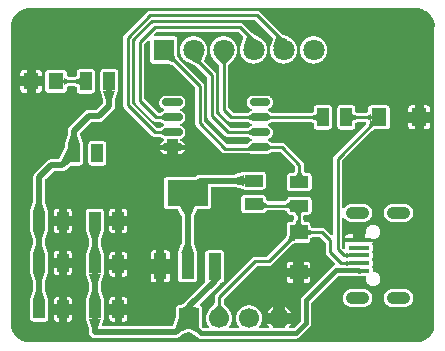
<source format=gtl>
G04 Layer: TopLayer*
G04 EasyEDA v6.3.53, 2020-06-11T19:48:03+08:00*
G04 f0918c685c5a4818851a522c051890eb,45e1048b23574a55a66a4e5d38cdb7dd,10*
G04 Gerber Generator version 0.2*
G04 Scale: 100 percent, Rotated: No, Reflected: No *
G04 Dimensions in inches *
G04 leading zeros omitted , absolute positions ,2 integer and 4 decimal *
%FSLAX24Y24*%
%MOIN*%
G90*
G70D02*

%ADD10C,0.010000*%
%ADD11C,0.020000*%
%ADD12C,0.015000*%
%ADD13C,0.025591*%
%ADD14C,0.024000*%
%ADD15R,0.051200X0.055100*%
%ADD16R,0.039370X0.061024*%
%ADD17R,0.061024X0.039370*%
%ADD18R,0.059055X0.051181*%
%ADD19R,0.051181X0.059055*%
%ADD20R,0.070866X0.016929*%
%ADD21R,0.137795X0.086614*%
%ADD22R,0.043307X0.086614*%
%ADD23R,0.066929X0.066929*%
%ADD24C,0.066929*%
%ADD25R,0.070866X0.070866*%
%ADD26C,0.070866*%
%ADD27C,0.039370*%

%LPD*%
G36*
G01X13622Y11248D02*
G01X726Y11248D01*
G01X703Y11247D01*
G01X680Y11245D01*
G01X657Y11242D01*
G01X611Y11234D01*
G01X567Y11222D01*
G01X544Y11215D01*
G01X523Y11207D01*
G01X501Y11199D01*
G01X480Y11190D01*
G01X459Y11180D01*
G01X438Y11169D01*
G01X418Y11158D01*
G01X399Y11146D01*
G01X379Y11133D01*
G01X361Y11119D01*
G01X342Y11105D01*
G01X325Y11090D01*
G01X307Y11075D01*
G01X290Y11059D01*
G01X275Y11042D01*
G01X259Y11025D01*
G01X244Y11007D01*
G01X230Y10988D01*
G01X216Y10970D01*
G01X203Y10950D01*
G01X191Y10931D01*
G01X180Y10911D01*
G01X169Y10890D01*
G01X159Y10869D01*
G01X150Y10848D01*
G01X142Y10826D01*
G01X134Y10805D01*
G01X127Y10782D01*
G01X115Y10738D01*
G01X107Y10692D01*
G01X104Y10669D01*
G01X102Y10646D01*
G01X101Y10623D01*
G01X101Y726D01*
G01X102Y703D01*
G01X104Y680D01*
G01X107Y657D01*
G01X115Y611D01*
G01X127Y567D01*
G01X134Y544D01*
G01X142Y523D01*
G01X150Y501D01*
G01X159Y480D01*
G01X169Y459D01*
G01X180Y438D01*
G01X191Y418D01*
G01X203Y399D01*
G01X216Y379D01*
G01X230Y361D01*
G01X244Y342D01*
G01X259Y325D01*
G01X275Y307D01*
G01X290Y290D01*
G01X307Y275D01*
G01X325Y259D01*
G01X342Y244D01*
G01X361Y230D01*
G01X379Y216D01*
G01X399Y203D01*
G01X418Y191D01*
G01X438Y180D01*
G01X459Y169D01*
G01X480Y159D01*
G01X501Y150D01*
G01X523Y142D01*
G01X544Y134D01*
G01X567Y127D01*
G01X611Y115D01*
G01X657Y107D01*
G01X680Y104D01*
G01X703Y102D01*
G01X726Y101D01*
G01X13623Y101D01*
G01X13646Y102D01*
G01X13669Y104D01*
G01X13692Y107D01*
G01X13738Y115D01*
G01X13760Y121D01*
G01X13783Y127D01*
G01X13805Y134D01*
G01X13827Y142D01*
G01X13848Y150D01*
G01X13870Y159D01*
G01X13891Y169D01*
G01X13911Y180D01*
G01X13951Y204D01*
G01X13971Y217D01*
G01X13989Y230D01*
G01X14008Y245D01*
G01X14026Y260D01*
G01X14043Y275D01*
G01X14076Y308D01*
G01X14106Y344D01*
G01X14120Y362D01*
G01X14134Y381D01*
G01X14147Y400D01*
G01X14159Y420D01*
G01X14170Y440D01*
G01X14181Y461D01*
G01X14191Y482D01*
G01X14200Y503D01*
G01X14208Y525D01*
G01X14216Y546D01*
G01X14223Y569D01*
G01X14225Y580D01*
G01X14225Y10487D01*
G01X14237Y10716D01*
G01X14237Y10718D01*
G01X14236Y10726D01*
G01X14231Y10748D01*
G01X14226Y10771D01*
G01X14219Y10792D01*
G01X14212Y10814D01*
G01X14204Y10836D01*
G01X14196Y10857D01*
G01X14186Y10878D01*
G01X14176Y10898D01*
G01X14165Y10918D01*
G01X14153Y10938D01*
G01X14141Y10957D01*
G01X14128Y10976D01*
G01X14100Y11012D01*
G01X14085Y11030D01*
G01X14070Y11047D01*
G01X14054Y11063D01*
G01X14037Y11079D01*
G01X14020Y11094D01*
G01X13966Y11136D01*
G01X13947Y11148D01*
G01X13927Y11160D01*
G01X13887Y11182D01*
G01X13824Y11209D01*
G01X13780Y11223D01*
G01X13758Y11229D01*
G01X13736Y11234D01*
G01X13713Y11238D01*
G01X13691Y11242D01*
G01X13668Y11245D01*
G01X13645Y11247D01*
G01X13622Y11248D01*
G37*

%LPC*%
G36*
G01X11490Y8006D02*
G01X11096Y8006D01*
G01X11078Y8004D01*
G01X11069Y8002D01*
G01X11060Y7999D01*
G01X11051Y7995D01*
G01X11035Y7985D01*
G01X11028Y7979D01*
G01X11022Y7973D01*
G01X11016Y7965D01*
G01X11010Y7958D01*
G01X11006Y7950D01*
G01X11002Y7941D01*
G01X10999Y7932D01*
G01X10997Y7923D01*
G01X10995Y7905D01*
G01X10995Y7294D01*
G01X10997Y7276D01*
G01X10999Y7267D01*
G01X11002Y7258D01*
G01X11006Y7249D01*
G01X11010Y7241D01*
G01X11016Y7234D01*
G01X11022Y7226D01*
G01X11028Y7220D01*
G01X11035Y7214D01*
G01X11051Y7204D01*
G01X11060Y7200D01*
G01X11069Y7197D01*
G01X11078Y7195D01*
G01X11096Y7193D01*
G01X11490Y7193D01*
G01X11499Y7194D01*
G01X11509Y7195D01*
G01X11518Y7197D01*
G01X11527Y7200D01*
G01X11535Y7204D01*
G01X11551Y7214D01*
G01X11565Y7226D01*
G01X11571Y7234D01*
G01X11576Y7241D01*
G01X11581Y7249D01*
G01X11587Y7267D01*
G01X11591Y7285D01*
G01X11591Y7387D01*
G01X11592Y7394D01*
G01X11593Y7400D01*
G01X11596Y7406D01*
G01X11599Y7411D01*
G01X11603Y7416D01*
G01X11608Y7420D01*
G01X11613Y7423D01*
G01X11656Y7444D01*
G01X11661Y7447D01*
G01X11667Y7448D01*
G01X11921Y7448D01*
G01X11926Y7447D01*
G01X11932Y7445D01*
G01X11937Y7442D01*
G01X11941Y7439D01*
G01X11945Y7435D01*
G01X11949Y7430D01*
G01X11952Y7425D01*
G01X11953Y7420D01*
G01X11955Y7414D01*
G01X11955Y7409D01*
G01X11954Y7401D01*
G01X11952Y7393D01*
G01X11949Y7386D01*
G01X11945Y7379D01*
G01X11940Y7373D01*
G01X10893Y6325D01*
G01X10885Y6317D01*
G01X10877Y6307D01*
G01X10865Y6287D01*
G01X10860Y6276D01*
G01X10856Y6265D01*
G01X10853Y6254D01*
G01X10850Y6242D01*
G01X10849Y6230D01*
G01X10848Y6219D01*
G01X10848Y3705D01*
G01X10847Y3699D01*
G01X10845Y3694D01*
G01X10839Y3684D01*
G01X10835Y3680D01*
G01X10825Y3674D01*
G01X10820Y3672D01*
G01X10814Y3671D01*
G01X10802Y3671D01*
G01X10790Y3675D01*
G01X10785Y3678D01*
G01X10780Y3682D01*
G01X10587Y3875D01*
G01X10569Y3891D01*
G01X10549Y3903D01*
G01X10538Y3908D01*
G01X10527Y3912D01*
G01X10516Y3915D01*
G01X10504Y3918D01*
G01X10492Y3919D01*
G01X10179Y3919D01*
G01X10172Y3920D01*
G01X10167Y3921D01*
G01X10161Y3924D01*
G01X10118Y3945D01*
G01X10113Y3948D01*
G01X10108Y3953D01*
G01X10103Y3957D01*
G01X10100Y3963D01*
G01X10096Y3975D01*
G01X10096Y4025D01*
G01X10094Y4043D01*
G01X10092Y4052D01*
G01X10089Y4061D01*
G01X10085Y4070D01*
G01X10081Y4078D01*
G01X10075Y4086D01*
G01X10069Y4093D01*
G01X10063Y4099D01*
G01X10056Y4105D01*
G01X10048Y4111D01*
G01X10040Y4115D01*
G01X10031Y4119D01*
G01X10022Y4122D01*
G01X10013Y4124D01*
G01X9995Y4126D01*
G01X9905Y4126D01*
G01X9893Y4130D01*
G01X9883Y4138D01*
G01X9879Y4142D01*
G01X9852Y4196D01*
G01X9851Y4202D01*
G01X9851Y4282D01*
G01X9852Y4288D01*
G01X9876Y4336D01*
G01X9879Y4341D01*
G01X9883Y4346D01*
G01X9888Y4350D01*
G01X9893Y4353D01*
G01X9899Y4356D01*
G01X9905Y4357D01*
G01X9912Y4358D01*
G01X10039Y4358D01*
G01X10057Y4362D01*
G01X10066Y4365D01*
G01X10075Y4369D01*
G01X10083Y4373D01*
G01X10090Y4378D01*
G01X10098Y4384D01*
G01X10110Y4398D01*
G01X10120Y4414D01*
G01X10124Y4423D01*
G01X10127Y4431D01*
G01X10129Y4440D01*
G01X10130Y4450D01*
G01X10131Y4459D01*
G01X10131Y4853D01*
G01X10129Y4871D01*
G01X10127Y4880D01*
G01X10124Y4889D01*
G01X10120Y4898D01*
G01X10115Y4906D01*
G01X10110Y4913D01*
G01X10104Y4921D01*
G01X10098Y4927D01*
G01X10090Y4933D01*
G01X10083Y4938D01*
G01X10075Y4943D01*
G01X10066Y4947D01*
G01X10057Y4950D01*
G01X10048Y4952D01*
G01X10030Y4954D01*
G01X9419Y4954D01*
G01X9401Y4952D01*
G01X9392Y4950D01*
G01X9383Y4947D01*
G01X9367Y4939D01*
G01X9359Y4934D01*
G01X9352Y4928D01*
G01X9346Y4921D01*
G01X9339Y4915D01*
G01X9334Y4907D01*
G01X9326Y4891D01*
G01X9323Y4882D01*
G01X9319Y4864D01*
G01X9318Y4858D01*
G01X9314Y4848D01*
G01X9310Y4843D01*
G01X9306Y4839D01*
G01X9302Y4836D01*
G01X9297Y4833D01*
G01X9253Y4811D01*
G01X9248Y4808D01*
G01X9242Y4807D01*
G01X8682Y4807D01*
G01X8676Y4808D01*
G01X8671Y4811D01*
G01X8628Y4832D01*
G01X8622Y4836D01*
G01X8618Y4840D01*
G01X8613Y4844D01*
G01X8610Y4850D01*
G01X8608Y4855D01*
G01X8606Y4862D01*
G01X8606Y4903D01*
G01X8604Y4921D01*
G01X8602Y4930D01*
G01X8599Y4939D01*
G01X8595Y4948D01*
G01X8590Y4956D01*
G01X8585Y4963D01*
G01X8579Y4971D01*
G01X8573Y4977D01*
G01X8565Y4983D01*
G01X8558Y4988D01*
G01X8550Y4993D01*
G01X8541Y4997D01*
G01X8532Y5000D01*
G01X8523Y5002D01*
G01X8505Y5004D01*
G01X7894Y5004D01*
G01X7876Y5002D01*
G01X7867Y5000D01*
G01X7858Y4997D01*
G01X7849Y4993D01*
G01X7841Y4988D01*
G01X7834Y4983D01*
G01X7826Y4977D01*
G01X7820Y4971D01*
G01X7814Y4963D01*
G01X7809Y4956D01*
G01X7804Y4948D01*
G01X7800Y4939D01*
G01X7797Y4930D01*
G01X7795Y4921D01*
G01X7793Y4903D01*
G01X7793Y4509D01*
G01X7794Y4500D01*
G01X7795Y4490D01*
G01X7797Y4481D01*
G01X7800Y4473D01*
G01X7804Y4464D01*
G01X7814Y4448D01*
G01X7826Y4434D01*
G01X7834Y4428D01*
G01X7841Y4423D01*
G01X7849Y4419D01*
G01X7858Y4415D01*
G01X7867Y4412D01*
G01X7885Y4408D01*
G01X8514Y4408D01*
G01X8532Y4412D01*
G01X8540Y4415D01*
G01X8549Y4418D01*
G01X8557Y4423D01*
G01X8564Y4428D01*
G01X8572Y4433D01*
G01X8584Y4447D01*
G01X8589Y4454D01*
G01X8594Y4460D01*
G01X8599Y4464D01*
G01X8605Y4468D01*
G01X8675Y4503D01*
G01X8687Y4505D01*
G01X9237Y4505D01*
G01X9249Y4503D01*
G01X9297Y4479D01*
G01X9302Y4476D01*
G01X9306Y4473D01*
G01X9310Y4468D01*
G01X9314Y4464D01*
G01X9316Y4459D01*
G01X9318Y4453D01*
G01X9321Y4438D01*
G01X9323Y4430D01*
G01X9326Y4421D01*
G01X9334Y4405D01*
G01X9339Y4397D01*
G01X9352Y4384D01*
G01X9359Y4378D01*
G01X9375Y4368D01*
G01X9383Y4365D01*
G01X9392Y4362D01*
G01X9410Y4358D01*
G01X9487Y4358D01*
G01X9494Y4357D01*
G01X9500Y4356D01*
G01X9506Y4353D01*
G01X9511Y4350D01*
G01X9516Y4346D01*
G01X9520Y4341D01*
G01X9523Y4336D01*
G01X9547Y4288D01*
G01X9548Y4282D01*
G01X9548Y4202D01*
G01X9547Y4196D01*
G01X9520Y4142D01*
G01X9516Y4138D01*
G01X9506Y4130D01*
G01X9494Y4126D01*
G01X9404Y4126D01*
G01X9386Y4124D01*
G01X9377Y4122D01*
G01X9368Y4119D01*
G01X9359Y4115D01*
G01X9351Y4111D01*
G01X9343Y4105D01*
G01X9336Y4099D01*
G01X9330Y4093D01*
G01X9324Y4086D01*
G01X9318Y4078D01*
G01X9314Y4070D01*
G01X9310Y4061D01*
G01X9307Y4052D01*
G01X9305Y4043D01*
G01X9303Y4025D01*
G01X9303Y3692D01*
G01X9301Y3678D01*
G01X9265Y3584D01*
G01X9263Y3578D01*
G01X9260Y3574D01*
G01X9256Y3569D01*
G01X8649Y2962D01*
G01X8644Y2958D01*
G01X8639Y2955D01*
G01X8627Y2951D01*
G01X8250Y2951D01*
G01X8226Y2949D01*
G01X8214Y2946D01*
G01X8203Y2943D01*
G01X8192Y2939D01*
G01X8181Y2934D01*
G01X8161Y2922D01*
G01X8143Y2906D01*
G01X6935Y1698D01*
G01X6927Y1688D01*
G01X6915Y1668D01*
G01X6910Y1657D01*
G01X6906Y1646D01*
G01X6903Y1635D01*
G01X6900Y1623D01*
G01X6899Y1611D01*
G01X6898Y1600D01*
G01X6898Y1402D01*
G01X6897Y1396D01*
G01X6895Y1391D01*
G01X6889Y1381D01*
G01X6722Y1187D01*
G01X6710Y1172D01*
G01X6697Y1156D01*
G01X6686Y1140D01*
G01X6676Y1124D01*
G01X6666Y1107D01*
G01X6657Y1089D01*
G01X6649Y1071D01*
G01X6642Y1053D01*
G01X6635Y1034D01*
G01X6630Y1016D01*
G01X6625Y997D01*
G01X6621Y978D01*
G01X6618Y958D01*
G01X6616Y939D01*
G01X6614Y919D01*
G01X6614Y880D01*
G01X6618Y840D01*
G01X6621Y820D01*
G01X6625Y801D01*
G01X6630Y782D01*
G01X6636Y763D01*
G01X6650Y725D01*
G01X6659Y707D01*
G01X6668Y690D01*
G01X6678Y672D01*
G01X6689Y656D01*
G01X6700Y639D01*
G01X6703Y634D01*
G01X6706Y628D01*
G01X6707Y622D01*
G01X6708Y615D01*
G01X6707Y610D01*
G01X6706Y604D01*
G01X6702Y594D01*
G01X6698Y589D01*
G01X6694Y585D01*
G01X6689Y582D01*
G01X6685Y579D01*
G01X6679Y577D01*
G01X6674Y576D01*
G01X6535Y576D01*
G01X6523Y580D01*
G01X6513Y588D01*
G01X6496Y605D01*
G01X6493Y610D01*
G01X6489Y615D01*
G01X6487Y621D01*
G01X6486Y626D01*
G01X6485Y632D01*
G01X6485Y1243D01*
G01X6484Y1252D01*
G01X6481Y1261D01*
G01X6479Y1270D01*
G01X6471Y1286D01*
G01X6465Y1294D01*
G01X6460Y1301D01*
G01X6453Y1307D01*
G01X6447Y1313D01*
G01X6439Y1319D01*
G01X6431Y1323D01*
G01X6421Y1331D01*
G01X6417Y1336D01*
G01X6414Y1341D01*
G01X6410Y1353D01*
G01X6410Y1365D01*
G01X6414Y1377D01*
G01X6422Y1387D01*
G01X7047Y2012D01*
G01X7065Y2032D01*
G01X7072Y2042D01*
G01X7079Y2053D01*
G01X7085Y2065D01*
G01X7088Y2070D01*
G01X7092Y2075D01*
G01X7097Y2078D01*
G01X7102Y2082D01*
G01X7107Y2084D01*
G01X7155Y2101D01*
G01X7173Y2109D01*
G01X7181Y2115D01*
G01X7195Y2127D01*
G01X7201Y2134D01*
G01X7207Y2142D01*
G01X7211Y2151D01*
G01X7215Y2159D01*
G01X7218Y2168D01*
G01X7221Y2178D01*
G01X7222Y2187D01*
G01X7222Y3072D01*
G01X7221Y3081D01*
G01X7219Y3090D01*
G01X7216Y3099D01*
G01X7212Y3107D01*
G01X7207Y3116D01*
G01X7202Y3123D01*
G01X7196Y3131D01*
G01X7182Y3143D01*
G01X7175Y3148D01*
G01X7167Y3153D01*
G01X7158Y3157D01*
G01X7149Y3160D01*
G01X7140Y3162D01*
G01X7131Y3163D01*
G01X6679Y3163D01*
G01X6670Y3162D01*
G01X6661Y3160D01*
G01X6652Y3157D01*
G01X6643Y3153D01*
G01X6635Y3148D01*
G01X6628Y3143D01*
G01X6614Y3131D01*
G01X6608Y3123D01*
G01X6602Y3116D01*
G01X6598Y3107D01*
G01X6594Y3099D01*
G01X6591Y3090D01*
G01X6589Y3081D01*
G01X6588Y3072D01*
G01X6588Y2187D01*
G01X6589Y2178D01*
G01X6591Y2169D01*
G01X6594Y2161D01*
G01X6596Y2154D01*
G01X6597Y2146D01*
G01X6595Y2134D01*
G01X6592Y2128D01*
G01X6589Y2123D01*
G01X6585Y2118D01*
G01X5907Y1442D01*
G01X5898Y1432D01*
G01X5889Y1421D01*
G01X5881Y1409D01*
G01X5874Y1397D01*
G01X5868Y1385D01*
G01X5865Y1380D01*
G01X5861Y1375D01*
G01X5857Y1371D01*
G01X5847Y1365D01*
G01X5786Y1338D01*
G01X5778Y1336D01*
G01X5770Y1335D01*
G01X5705Y1335D01*
G01X5696Y1334D01*
G01X5678Y1328D01*
G01X5670Y1325D01*
G01X5654Y1315D01*
G01X5647Y1309D01*
G01X5640Y1302D01*
G01X5634Y1295D01*
G01X5629Y1287D01*
G01X5621Y1271D01*
G01X5615Y1253D01*
G01X5614Y1244D01*
G01X5614Y941D01*
G01X5612Y929D01*
G01X5528Y678D01*
G01X5526Y672D01*
G01X5523Y667D01*
G01X5519Y662D01*
G01X5514Y658D01*
G01X5508Y655D01*
G01X5503Y653D01*
G01X5496Y651D01*
G01X3179Y651D01*
G01X3173Y652D01*
G01X3168Y654D01*
G01X3163Y657D01*
G01X3159Y660D01*
G01X3155Y664D01*
G01X3151Y669D01*
G01X3148Y674D01*
G01X3146Y679D01*
G01X3145Y685D01*
G01X3145Y697D01*
G01X3147Y703D01*
G01X3199Y863D01*
G01X3201Y873D01*
G01X3203Y884D01*
G01X3204Y894D01*
G01X3204Y1505D01*
G01X3203Y1515D01*
G01X3201Y1526D01*
G01X3199Y1536D01*
G01X3109Y1815D01*
G01X3107Y1821D01*
G01X3107Y2078D01*
G01X3109Y2084D01*
G01X3199Y2363D01*
G01X3201Y2373D01*
G01X3203Y2384D01*
G01X3204Y2394D01*
G01X3204Y3005D01*
G01X3203Y3015D01*
G01X3201Y3026D01*
G01X3199Y3036D01*
G01X3109Y3315D01*
G01X3107Y3321D01*
G01X3107Y3528D01*
G01X3109Y3534D01*
G01X3199Y3813D01*
G01X3201Y3823D01*
G01X3203Y3834D01*
G01X3204Y3844D01*
G01X3204Y4455D01*
G01X3202Y4473D01*
G01X3200Y4482D01*
G01X3197Y4491D01*
G01X3193Y4500D01*
G01X3188Y4508D01*
G01X3183Y4515D01*
G01X3177Y4523D01*
G01X3171Y4529D01*
G01X3163Y4535D01*
G01X3156Y4540D01*
G01X3148Y4545D01*
G01X3139Y4549D01*
G01X3130Y4552D01*
G01X3121Y4554D01*
G01X3103Y4556D01*
G01X2709Y4556D01*
G01X2700Y4555D01*
G01X2690Y4554D01*
G01X2681Y4552D01*
G01X2673Y4549D01*
G01X2664Y4545D01*
G01X2648Y4535D01*
G01X2634Y4523D01*
G01X2628Y4515D01*
G01X2623Y4508D01*
G01X2619Y4500D01*
G01X2615Y4491D01*
G01X2612Y4482D01*
G01X2608Y4464D01*
G01X2608Y3844D01*
G01X2609Y3834D01*
G01X2610Y3823D01*
G01X2613Y3813D01*
G01X2703Y3535D01*
G01X2705Y3523D01*
G01X2705Y3326D01*
G01X2703Y3314D01*
G01X2613Y3036D01*
G01X2610Y3026D01*
G01X2609Y3015D01*
G01X2608Y3005D01*
G01X2608Y2394D01*
G01X2609Y2384D01*
G01X2610Y2373D01*
G01X2613Y2363D01*
G01X2703Y2085D01*
G01X2705Y2073D01*
G01X2705Y1826D01*
G01X2703Y1814D01*
G01X2613Y1536D01*
G01X2610Y1526D01*
G01X2609Y1515D01*
G01X2608Y1505D01*
G01X2608Y894D01*
G01X2609Y884D01*
G01X2610Y873D01*
G01X2613Y863D01*
G01X2703Y584D01*
G01X2705Y572D01*
G01X2705Y436D01*
G01X2706Y423D01*
G01X2708Y410D01*
G01X2711Y398D01*
G01X2715Y385D01*
G01X2725Y361D01*
G01X2732Y349D01*
G01X2738Y338D01*
G01X2746Y327D01*
G01X2754Y317D01*
G01X2763Y307D01*
G01X2773Y298D01*
G01X2783Y290D01*
G01X2794Y282D01*
G01X2805Y276D01*
G01X2817Y269D01*
G01X2828Y264D01*
G01X2841Y259D01*
G01X2853Y255D01*
G01X2866Y252D01*
G01X2879Y250D01*
G01X2905Y248D01*
G01X5600Y248D01*
G01X5626Y250D01*
G01X5639Y252D01*
G01X5651Y255D01*
G01X5664Y259D01*
G01X5688Y269D01*
G01X5700Y276D01*
G01X5711Y282D01*
G01X5722Y290D01*
G01X5732Y298D01*
G01X5742Y307D01*
G01X5798Y364D01*
G01X5803Y368D01*
G01X5808Y371D01*
G01X5814Y373D01*
G01X6010Y439D01*
G01X6022Y441D01*
G01X6034Y439D01*
G01X6040Y437D01*
G01X6281Y316D01*
G01X6286Y313D01*
G01X6291Y309D01*
G01X6325Y275D01*
G01X6334Y267D01*
G01X6354Y251D01*
G01X6365Y245D01*
G01X6376Y240D01*
G01X6388Y234D01*
G01X6412Y228D01*
G01X6425Y225D01*
G01X6437Y224D01*
G01X6450Y223D01*
G01X9600Y223D01*
G01X9612Y224D01*
G01X9625Y225D01*
G01X9661Y234D01*
G01X9673Y240D01*
G01X9684Y245D01*
G01X9695Y251D01*
G01X9715Y267D01*
G01X9724Y275D01*
G01X10074Y625D01*
G01X10082Y634D01*
G01X10090Y644D01*
G01X10097Y654D01*
G01X10104Y665D01*
G01X10110Y676D01*
G01X10122Y712D01*
G01X10124Y725D01*
G01X10125Y737D01*
G01X10126Y750D01*
G01X10126Y1416D01*
G01X10127Y1422D01*
G01X10133Y1434D01*
G01X11015Y2316D01*
G01X11021Y2319D01*
G01X11033Y2323D01*
G01X11288Y2323D01*
G01X11295Y2321D01*
G01X11301Y2317D01*
G01X11310Y2313D01*
G01X11318Y2309D01*
G01X11327Y2306D01*
G01X11336Y2304D01*
G01X11346Y2302D01*
G01X11912Y2302D01*
G01X11918Y2301D01*
G01X11923Y2300D01*
G01X11928Y2298D01*
G01X11934Y2296D01*
G01X11946Y2284D01*
G01X11948Y2278D01*
G01X11950Y2273D01*
G01X11951Y2267D01*
G01X11952Y2262D01*
G01X11951Y2255D01*
G01X11949Y2240D01*
G01X11947Y2212D01*
G01X11949Y2184D01*
G01X11951Y2171D01*
G01X11954Y2157D01*
G01X11957Y2144D01*
G01X11962Y2130D01*
G01X11967Y2117D01*
G01X11979Y2093D01*
G01X11986Y2081D01*
G01X11994Y2069D01*
G01X12003Y2059D01*
G01X12013Y2048D01*
G01X12022Y2038D01*
G01X12033Y2029D01*
G01X12043Y2021D01*
G01X12067Y2005D01*
G01X12079Y1999D01*
G01X12092Y1993D01*
G01X12118Y1983D01*
G01X12131Y1980D01*
G01X12145Y1977D01*
G01X12158Y1975D01*
G01X12186Y1973D01*
G01X12214Y1975D01*
G01X12227Y1977D01*
G01X12255Y1983D01*
G01X12281Y1993D01*
G01X12293Y1999D01*
G01X12306Y2005D01*
G01X12317Y2013D01*
G01X12329Y2021D01*
G01X12339Y2029D01*
G01X12350Y2038D01*
G01X12360Y2048D01*
G01X12369Y2059D01*
G01X12378Y2069D01*
G01X12386Y2081D01*
G01X12400Y2105D01*
G01X12405Y2117D01*
G01X12410Y2130D01*
G01X12415Y2144D01*
G01X12418Y2157D01*
G01X12421Y2171D01*
G01X12423Y2184D01*
G01X12425Y2198D01*
G01X12425Y2226D01*
G01X12423Y2241D01*
G01X12421Y2255D01*
G01X12418Y2269D01*
G01X12414Y2283D01*
G01X12410Y2296D01*
G01X12404Y2310D01*
G01X12398Y2323D01*
G01X12391Y2335D01*
G01X12375Y2359D01*
G01X12365Y2370D01*
G01X12356Y2380D01*
G01X12334Y2400D01*
G01X12310Y2416D01*
G01X12298Y2423D01*
G01X12272Y2435D01*
G01X12258Y2440D01*
G01X12244Y2444D01*
G01X12231Y2447D01*
G01X12216Y2449D01*
G01X12202Y2450D01*
G01X12196Y2451D01*
G01X12190Y2453D01*
G01X12185Y2455D01*
G01X12180Y2459D01*
G01X12176Y2463D01*
G01X12172Y2468D01*
G01X12169Y2473D01*
G01X12167Y2478D01*
G01X12165Y2484D01*
G01X12165Y2572D01*
G01X12164Y2583D01*
G01X12163Y2593D01*
G01X12160Y2603D01*
G01X12158Y2609D01*
G01X12158Y2622D01*
G01X12160Y2628D01*
G01X12163Y2638D01*
G01X12164Y2648D01*
G01X12165Y2659D01*
G01X12165Y2828D01*
G01X12164Y2839D01*
G01X12163Y2849D01*
G01X12160Y2859D01*
G01X12158Y2865D01*
G01X12158Y2878D01*
G01X12160Y2884D01*
G01X12163Y2894D01*
G01X12164Y2904D01*
G01X12165Y2915D01*
G01X12165Y3084D01*
G01X12164Y3095D01*
G01X12163Y3105D01*
G01X12160Y3115D01*
G01X12158Y3121D01*
G01X12158Y3134D01*
G01X12160Y3140D01*
G01X12163Y3150D01*
G01X12164Y3160D01*
G01X12165Y3171D01*
G01X12165Y3340D01*
G01X12164Y3351D01*
G01X12163Y3361D01*
G01X12160Y3371D01*
G01X12158Y3377D01*
G01X12158Y3390D01*
G01X12160Y3396D01*
G01X12163Y3406D01*
G01X12164Y3416D01*
G01X12165Y3427D01*
G01X12165Y3444D01*
G01X11887Y3444D01*
G01X11879Y3442D01*
G01X11872Y3441D01*
G01X11547Y3441D01*
G01X11539Y3442D01*
G01X11532Y3444D01*
G01X11254Y3444D01*
G01X11254Y3427D01*
G01X11255Y3416D01*
G01X11256Y3406D01*
G01X11259Y3396D01*
G01X11261Y3384D01*
G01X11260Y3377D01*
G01X11259Y3371D01*
G01X11256Y3361D01*
G01X11255Y3351D01*
G01X11254Y3340D01*
G01X11254Y3249D01*
G01X11252Y3244D01*
G01X11251Y3238D01*
G01X11248Y3234D01*
G01X11244Y3229D01*
G01X11236Y3221D01*
G01X11231Y3219D01*
G01X11225Y3217D01*
G01X11220Y3215D01*
G01X11208Y3215D01*
G01X11196Y3219D01*
G01X11190Y3223D01*
G01X11186Y3227D01*
G01X11162Y3250D01*
G01X11158Y3255D01*
G01X11155Y3261D01*
G01X11152Y3266D01*
G01X11151Y3272D01*
G01X11151Y4232D01*
G01X11152Y4238D01*
G01X11154Y4243D01*
G01X11160Y4253D01*
G01X11164Y4257D01*
G01X11174Y4263D01*
G01X11179Y4265D01*
G01X11185Y4266D01*
G01X11190Y4267D01*
G01X11197Y4266D01*
G01X11203Y4265D01*
G01X11215Y4259D01*
G01X11223Y4249D01*
G01X11243Y4223D01*
G01X11254Y4211D01*
G01X11265Y4200D01*
G01X11277Y4189D01*
G01X11290Y4179D01*
G01X11303Y4170D01*
G01X11317Y4161D01*
G01X11331Y4153D01*
G01X11345Y4146D01*
G01X11375Y4134D01*
G01X11390Y4130D01*
G01X11406Y4126D01*
G01X11438Y4120D01*
G01X11454Y4119D01*
G01X11879Y4119D01*
G01X11894Y4120D01*
G01X11910Y4122D01*
G01X11925Y4125D01*
G01X11955Y4133D01*
G01X11970Y4138D01*
G01X11984Y4144D01*
G01X11998Y4151D01*
G01X12012Y4159D01*
G01X12025Y4167D01*
G01X12051Y4185D01*
G01X12062Y4195D01*
G01X12074Y4206D01*
G01X12085Y4217D01*
G01X12094Y4229D01*
G01X12104Y4242D01*
G01X12113Y4254D01*
G01X12121Y4267D01*
G01X12135Y4295D01*
G01X12141Y4310D01*
G01X12151Y4340D01*
G01X12155Y4355D01*
G01X12159Y4385D01*
G01X12161Y4417D01*
G01X12160Y4432D01*
G01X12159Y4448D01*
G01X12155Y4478D01*
G01X12151Y4494D01*
G01X12146Y4509D01*
G01X12141Y4523D01*
G01X12135Y4538D01*
G01X12128Y4552D01*
G01X12121Y4565D01*
G01X12113Y4579D01*
G01X12104Y4592D01*
G01X12094Y4604D01*
G01X12085Y4616D01*
G01X12074Y4627D01*
G01X12062Y4638D01*
G01X12051Y4648D01*
G01X12012Y4675D01*
G01X11998Y4682D01*
G01X11970Y4694D01*
G01X11955Y4700D01*
G01X11925Y4708D01*
G01X11910Y4711D01*
G01X11894Y4713D01*
G01X11879Y4714D01*
G01X11454Y4714D01*
G01X11438Y4713D01*
G01X11422Y4711D01*
G01X11390Y4703D01*
G01X11375Y4699D01*
G01X11345Y4687D01*
G01X11331Y4680D01*
G01X11317Y4672D01*
G01X11303Y4663D01*
G01X11290Y4654D01*
G01X11277Y4644D01*
G01X11265Y4633D01*
G01X11243Y4609D01*
G01X11233Y4597D01*
G01X11223Y4584D01*
G01X11219Y4579D01*
G01X11215Y4575D01*
G01X11209Y4571D01*
G01X11197Y4567D01*
G01X11185Y4567D01*
G01X11179Y4568D01*
G01X11174Y4570D01*
G01X11164Y4576D01*
G01X11160Y4580D01*
G01X11154Y4590D01*
G01X11152Y4595D01*
G01X11151Y4601D01*
G01X11151Y6146D01*
G01X11152Y6152D01*
G01X11155Y6157D01*
G01X11158Y6163D01*
G01X11162Y6168D01*
G01X12127Y7133D01*
G01X12132Y7137D01*
G01X12215Y7196D01*
G01X12220Y7199D01*
G01X12232Y7203D01*
G01X12636Y7203D01*
G01X12646Y7204D01*
G01X12655Y7205D01*
G01X12664Y7207D01*
G01X12673Y7210D01*
G01X12689Y7218D01*
G01X12697Y7224D01*
G01X12711Y7236D01*
G01X12717Y7243D01*
G01X12727Y7259D01*
G01X12733Y7277D01*
G01X12737Y7295D01*
G01X12737Y7904D01*
G01X12735Y7913D01*
G01X12733Y7923D01*
G01X12730Y7931D01*
G01X12727Y7940D01*
G01X12717Y7956D01*
G01X12711Y7963D01*
G01X12697Y7975D01*
G01X12689Y7981D01*
G01X12673Y7989D01*
G01X12664Y7992D01*
G01X12655Y7994D01*
G01X12646Y7995D01*
G01X12636Y7996D01*
G01X12124Y7996D01*
G01X12106Y7994D01*
G01X12097Y7992D01*
G01X12088Y7989D01*
G01X12079Y7985D01*
G01X12071Y7981D01*
G01X12064Y7975D01*
G01X12056Y7969D01*
G01X12050Y7963D01*
G01X12044Y7956D01*
G01X12034Y7940D01*
G01X12030Y7931D01*
G01X12027Y7923D01*
G01X12025Y7913D01*
G01X12023Y7895D01*
G01X12023Y7805D01*
G01X12019Y7793D01*
G01X12011Y7783D01*
G01X12007Y7779D01*
G01X11953Y7752D01*
G01X11947Y7751D01*
G01X11667Y7751D01*
G01X11661Y7752D01*
G01X11656Y7755D01*
G01X11613Y7776D01*
G01X11608Y7779D01*
G01X11603Y7783D01*
G01X11599Y7788D01*
G01X11596Y7793D01*
G01X11593Y7799D01*
G01X11592Y7805D01*
G01X11591Y7812D01*
G01X11591Y7914D01*
G01X11587Y7932D01*
G01X11581Y7950D01*
G01X11576Y7958D01*
G01X11571Y7965D01*
G01X11565Y7973D01*
G01X11551Y7985D01*
G01X11535Y7995D01*
G01X11527Y7999D01*
G01X11518Y8002D01*
G01X11509Y8004D01*
G01X11499Y8005D01*
G01X11490Y8006D01*
G37*
G36*
G01X3991Y1022D02*
G01X3817Y1022D01*
G01X3817Y793D01*
G01X3890Y793D01*
G01X3899Y794D01*
G01X3909Y795D01*
G01X3918Y797D01*
G01X3926Y800D01*
G01X3935Y804D01*
G01X3951Y814D01*
G01X3965Y826D01*
G01X3971Y834D01*
G01X3976Y841D01*
G01X3980Y849D01*
G01X3984Y858D01*
G01X3987Y867D01*
G01X3991Y885D01*
G01X3991Y1022D01*
G37*
G36*
G01X3570Y1022D02*
G01X3395Y1022D01*
G01X3395Y894D01*
G01X3397Y876D01*
G01X3399Y867D01*
G01X3402Y858D01*
G01X3406Y849D01*
G01X3411Y841D01*
G01X3416Y834D01*
G01X3422Y826D01*
G01X3428Y820D01*
G01X3436Y814D01*
G01X3443Y809D01*
G01X3451Y804D01*
G01X3460Y800D01*
G01X3469Y797D01*
G01X3478Y795D01*
G01X3496Y793D01*
G01X3570Y793D01*
G01X3570Y1022D01*
G37*
G36*
G01X2141Y1022D02*
G01X1967Y1022D01*
G01X1967Y793D01*
G01X2040Y793D01*
G01X2049Y794D01*
G01X2059Y795D01*
G01X2068Y797D01*
G01X2076Y800D01*
G01X2085Y804D01*
G01X2101Y814D01*
G01X2115Y826D01*
G01X2121Y834D01*
G01X2126Y841D01*
G01X2130Y849D01*
G01X2134Y858D01*
G01X2137Y867D01*
G01X2141Y885D01*
G01X2141Y1022D01*
G37*
G36*
G01X1720Y1022D02*
G01X1545Y1022D01*
G01X1545Y894D01*
G01X1547Y876D01*
G01X1549Y867D01*
G01X1552Y858D01*
G01X1556Y849D01*
G01X1561Y841D01*
G01X1566Y834D01*
G01X1572Y826D01*
G01X1578Y820D01*
G01X1586Y814D01*
G01X1593Y809D01*
G01X1601Y804D01*
G01X1610Y800D01*
G01X1619Y797D01*
G01X1628Y795D01*
G01X1646Y793D01*
G01X1720Y793D01*
G01X1720Y1022D01*
G37*
G36*
G01X3590Y9206D02*
G01X3196Y9206D01*
G01X3178Y9204D01*
G01X3169Y9202D01*
G01X3160Y9199D01*
G01X3151Y9195D01*
G01X3143Y9190D01*
G01X3136Y9185D01*
G01X3128Y9179D01*
G01X3122Y9173D01*
G01X3116Y9165D01*
G01X3111Y9158D01*
G01X3106Y9150D01*
G01X3102Y9141D01*
G01X3099Y9132D01*
G01X3097Y9123D01*
G01X3095Y9105D01*
G01X3095Y8494D01*
G01X3097Y8476D01*
G01X3099Y8467D01*
G01X3102Y8459D01*
G01X3103Y8457D01*
G01X3190Y8184D01*
G01X3192Y8178D01*
G01X3192Y8087D01*
G01X3188Y8075D01*
G01X3185Y8070D01*
G01X3181Y8065D01*
G01X2978Y7862D01*
G01X2973Y7858D01*
G01X2968Y7855D01*
G01X2956Y7851D01*
G01X2700Y7851D01*
G01X2686Y7850D01*
G01X2673Y7849D01*
G01X2660Y7847D01*
G01X2648Y7844D01*
G01X2635Y7840D01*
G01X2611Y7830D01*
G01X2599Y7823D01*
G01X2588Y7817D01*
G01X2577Y7809D01*
G01X2567Y7801D01*
G01X2557Y7792D01*
G01X2057Y7292D01*
G01X2048Y7282D01*
G01X2040Y7272D01*
G01X2032Y7261D01*
G01X2026Y7250D01*
G01X2019Y7238D01*
G01X2009Y7214D01*
G01X2005Y7201D01*
G01X2002Y7189D01*
G01X2000Y7176D01*
G01X1998Y7150D01*
G01X1998Y7148D01*
G01X2000Y7025D01*
G01X1998Y7013D01*
G01X1912Y6734D01*
G01X1910Y6725D01*
G01X1908Y6705D01*
G01X1908Y6622D01*
G01X1906Y6610D01*
G01X1904Y6605D01*
G01X1724Y6223D01*
G01X1721Y6218D01*
G01X1717Y6213D01*
G01X1707Y6205D01*
G01X1701Y6203D01*
G01X1694Y6201D01*
G01X1450Y6201D01*
G01X1436Y6200D01*
G01X1423Y6199D01*
G01X1410Y6197D01*
G01X1398Y6194D01*
G01X1385Y6190D01*
G01X1361Y6180D01*
G01X1349Y6173D01*
G01X1338Y6167D01*
G01X1327Y6159D01*
G01X1317Y6151D01*
G01X1307Y6142D01*
G01X913Y5748D01*
G01X904Y5738D01*
G01X896Y5728D01*
G01X888Y5717D01*
G01X882Y5706D01*
G01X875Y5694D01*
G01X865Y5670D01*
G01X861Y5657D01*
G01X858Y5645D01*
G01X856Y5632D01*
G01X855Y5619D01*
G01X855Y4776D01*
G01X853Y4764D01*
G01X763Y4486D01*
G01X760Y4476D01*
G01X759Y4465D01*
G01X758Y4455D01*
G01X758Y3844D01*
G01X759Y3834D01*
G01X760Y3823D01*
G01X763Y3813D01*
G01X853Y3535D01*
G01X855Y3523D01*
G01X855Y3376D01*
G01X853Y3364D01*
G01X763Y3086D01*
G01X760Y3076D01*
G01X759Y3065D01*
G01X758Y3055D01*
G01X758Y2444D01*
G01X759Y2434D01*
G01X760Y2423D01*
G01X763Y2413D01*
G01X853Y2135D01*
G01X855Y2123D01*
G01X855Y1826D01*
G01X853Y1814D01*
G01X763Y1536D01*
G01X760Y1526D01*
G01X759Y1515D01*
G01X758Y1505D01*
G01X758Y894D01*
G01X760Y876D01*
G01X762Y867D01*
G01X765Y858D01*
G01X769Y849D01*
G01X773Y841D01*
G01X778Y834D01*
G01X784Y826D01*
G01X798Y814D01*
G01X814Y804D01*
G01X823Y800D01*
G01X831Y797D01*
G01X840Y795D01*
G01X850Y794D01*
G01X859Y793D01*
G01X1253Y793D01*
G01X1271Y795D01*
G01X1280Y797D01*
G01X1289Y800D01*
G01X1298Y804D01*
G01X1306Y809D01*
G01X1313Y814D01*
G01X1321Y820D01*
G01X1327Y826D01*
G01X1333Y834D01*
G01X1338Y841D01*
G01X1343Y849D01*
G01X1347Y858D01*
G01X1350Y867D01*
G01X1352Y876D01*
G01X1354Y894D01*
G01X1354Y1505D01*
G01X1353Y1516D01*
G01X1351Y1526D01*
G01X1348Y1537D01*
G01X1348Y1538D01*
G01X1259Y1815D01*
G01X1257Y1821D01*
G01X1257Y2128D01*
G01X1259Y2134D01*
G01X1349Y2413D01*
G01X1351Y2423D01*
G01X1353Y2434D01*
G01X1354Y2444D01*
G01X1354Y3055D01*
G01X1353Y3065D01*
G01X1351Y3076D01*
G01X1349Y3086D01*
G01X1259Y3365D01*
G01X1257Y3371D01*
G01X1257Y3528D01*
G01X1259Y3534D01*
G01X1349Y3813D01*
G01X1351Y3823D01*
G01X1353Y3834D01*
G01X1354Y3844D01*
G01X1354Y4455D01*
G01X1353Y4465D01*
G01X1351Y4476D01*
G01X1349Y4486D01*
G01X1259Y4765D01*
G01X1257Y4771D01*
G01X1257Y5512D01*
G01X1261Y5524D01*
G01X1264Y5529D01*
G01X1268Y5534D01*
G01X1521Y5787D01*
G01X1526Y5791D01*
G01X1531Y5794D01*
G01X1543Y5798D01*
G01X1805Y5798D01*
G01X1819Y5799D01*
G01X1832Y5800D01*
G01X1846Y5803D01*
G01X1859Y5806D01*
G01X1872Y5810D01*
G01X1896Y5820D01*
G01X1908Y5827D01*
G01X1919Y5834D01*
G01X1930Y5842D01*
G01X1941Y5851D01*
G01X1942Y5852D01*
G01X2100Y5984D01*
G01X2106Y5988D01*
G01X2112Y5991D01*
G01X2119Y5993D01*
G01X2403Y5993D01*
G01X2421Y5995D01*
G01X2430Y5997D01*
G01X2439Y6000D01*
G01X2448Y6004D01*
G01X2456Y6009D01*
G01X2463Y6014D01*
G01X2471Y6020D01*
G01X2477Y6026D01*
G01X2483Y6034D01*
G01X2488Y6041D01*
G01X2493Y6049D01*
G01X2497Y6058D01*
G01X2500Y6067D01*
G01X2502Y6076D01*
G01X2504Y6094D01*
G01X2504Y6705D01*
G01X2503Y6716D01*
G01X2501Y6726D01*
G01X2498Y6737D01*
G01X2404Y7016D01*
G01X2402Y7022D01*
G01X2401Y7028D01*
G01X2401Y7051D01*
G01X2403Y7063D01*
G01X2406Y7069D01*
G01X2409Y7074D01*
G01X2413Y7079D01*
G01X2771Y7437D01*
G01X2776Y7441D01*
G01X2781Y7444D01*
G01X2793Y7448D01*
G01X3050Y7448D01*
G01X3076Y7450D01*
G01X3089Y7452D01*
G01X3101Y7455D01*
G01X3114Y7459D01*
G01X3138Y7469D01*
G01X3150Y7476D01*
G01X3161Y7482D01*
G01X3172Y7490D01*
G01X3182Y7498D01*
G01X3192Y7507D01*
G01X3536Y7851D01*
G01X3545Y7861D01*
G01X3553Y7871D01*
G01X3561Y7882D01*
G01X3567Y7893D01*
G01X3574Y7905D01*
G01X3584Y7929D01*
G01X3588Y7942D01*
G01X3591Y7954D01*
G01X3593Y7967D01*
G01X3594Y7980D01*
G01X3594Y8173D01*
G01X3595Y8179D01*
G01X3596Y8186D01*
G01X3686Y8463D01*
G01X3689Y8473D01*
G01X3691Y8484D01*
G01X3692Y8494D01*
G01X3691Y8503D01*
G01X3691Y9114D01*
G01X3687Y9132D01*
G01X3684Y9141D01*
G01X3680Y9150D01*
G01X3676Y9158D01*
G01X3671Y9165D01*
G01X3665Y9173D01*
G01X3651Y9185D01*
G01X3635Y9195D01*
G01X3626Y9199D01*
G01X3618Y9202D01*
G01X3609Y9204D01*
G01X3599Y9205D01*
G01X3590Y9206D01*
G37*
G36*
G01X13244Y1880D02*
G01X12820Y1880D01*
G01X12805Y1878D01*
G01X12789Y1876D01*
G01X12759Y1870D01*
G01X12729Y1860D01*
G01X12714Y1854D01*
G01X12701Y1848D01*
G01X12673Y1832D01*
G01X12660Y1823D01*
G01X12648Y1814D01*
G01X12636Y1803D01*
G01X12625Y1793D01*
G01X12614Y1782D01*
G01X12604Y1769D01*
G01X12595Y1757D01*
G01X12586Y1744D01*
G01X12578Y1731D01*
G01X12570Y1717D01*
G01X12564Y1703D01*
G01X12557Y1689D01*
G01X12552Y1674D01*
G01X12544Y1644D01*
G01X12542Y1629D01*
G01X12539Y1613D01*
G01X12538Y1598D01*
G01X12538Y1567D01*
G01X12539Y1551D01*
G01X12542Y1536D01*
G01X12544Y1520D01*
G01X12552Y1490D01*
G01X12557Y1476D01*
G01X12564Y1461D01*
G01X12570Y1447D01*
G01X12578Y1433D01*
G01X12586Y1420D01*
G01X12595Y1407D01*
G01X12604Y1395D01*
G01X12614Y1383D01*
G01X12625Y1371D01*
G01X12636Y1361D01*
G01X12660Y1341D01*
G01X12673Y1332D01*
G01X12687Y1324D01*
G01X12701Y1317D01*
G01X12714Y1310D01*
G01X12729Y1304D01*
G01X12759Y1294D01*
G01X12789Y1288D01*
G01X12805Y1286D01*
G01X12820Y1285D01*
G01X12836Y1284D01*
G01X13229Y1284D01*
G01X13244Y1285D01*
G01X13260Y1286D01*
G01X13276Y1288D01*
G01X13306Y1294D01*
G01X13321Y1299D01*
G01X13335Y1304D01*
G01X13350Y1310D01*
G01X13378Y1324D01*
G01X13391Y1332D01*
G01X13404Y1341D01*
G01X13428Y1361D01*
G01X13439Y1371D01*
G01X13450Y1383D01*
G01X13470Y1407D01*
G01X13479Y1420D01*
G01X13487Y1433D01*
G01X13501Y1461D01*
G01X13507Y1476D01*
G01X13512Y1490D01*
G01X13517Y1505D01*
G01X13520Y1520D01*
G01X13523Y1536D01*
G01X13525Y1551D01*
G01X13526Y1567D01*
G01X13527Y1582D01*
G01X13526Y1598D01*
G01X13525Y1613D01*
G01X13523Y1629D01*
G01X13517Y1659D01*
G01X13507Y1689D01*
G01X13501Y1703D01*
G01X13487Y1731D01*
G01X13479Y1744D01*
G01X13470Y1757D01*
G01X13460Y1769D01*
G01X13450Y1782D01*
G01X13439Y1793D01*
G01X13428Y1803D01*
G01X13416Y1814D01*
G01X13404Y1823D01*
G01X13391Y1832D01*
G01X13378Y1840D01*
G01X13364Y1848D01*
G01X13350Y1854D01*
G01X13335Y1860D01*
G01X13321Y1865D01*
G01X13306Y1870D01*
G01X13276Y1876D01*
G01X13244Y1880D01*
G37*
G36*
G01X11879Y1880D02*
G01X11454Y1880D01*
G01X11439Y1879D01*
G01X11423Y1877D01*
G01X11408Y1874D01*
G01X11378Y1866D01*
G01X11363Y1861D01*
G01X11349Y1855D01*
G01X11335Y1848D01*
G01X11321Y1840D01*
G01X11308Y1832D01*
G01X11282Y1814D01*
G01X11271Y1804D01*
G01X11259Y1793D01*
G01X11248Y1782D01*
G01X11239Y1770D01*
G01X11229Y1757D01*
G01X11220Y1745D01*
G01X11212Y1732D01*
G01X11198Y1704D01*
G01X11192Y1689D01*
G01X11187Y1675D01*
G01X11182Y1659D01*
G01X11178Y1644D01*
G01X11174Y1614D01*
G01X11172Y1598D01*
G01X11172Y1567D01*
G01X11174Y1551D01*
G01X11178Y1521D01*
G01X11182Y1505D01*
G01X11187Y1490D01*
G01X11192Y1476D01*
G01X11198Y1461D01*
G01X11205Y1447D01*
G01X11212Y1434D01*
G01X11220Y1420D01*
G01X11229Y1407D01*
G01X11239Y1395D01*
G01X11248Y1383D01*
G01X11259Y1372D01*
G01X11271Y1361D01*
G01X11282Y1351D01*
G01X11308Y1333D01*
G01X11321Y1325D01*
G01X11335Y1317D01*
G01X11363Y1305D01*
G01X11378Y1299D01*
G01X11408Y1291D01*
G01X11423Y1288D01*
G01X11439Y1286D01*
G01X11454Y1285D01*
G01X11879Y1285D01*
G01X11894Y1286D01*
G01X11910Y1288D01*
G01X11925Y1291D01*
G01X11955Y1299D01*
G01X11970Y1305D01*
G01X11998Y1317D01*
G01X12012Y1325D01*
G01X12025Y1333D01*
G01X12051Y1351D01*
G01X12062Y1361D01*
G01X12074Y1372D01*
G01X12085Y1383D01*
G01X12094Y1395D01*
G01X12104Y1407D01*
G01X12113Y1420D01*
G01X12121Y1434D01*
G01X12128Y1447D01*
G01X12135Y1461D01*
G01X12141Y1476D01*
G01X12146Y1490D01*
G01X12151Y1505D01*
G01X12155Y1521D01*
G01X12159Y1551D01*
G01X12160Y1567D01*
G01X12161Y1582D01*
G01X12159Y1614D01*
G01X12155Y1644D01*
G01X12151Y1659D01*
G01X12146Y1675D01*
G01X12141Y1689D01*
G01X12135Y1704D01*
G01X12121Y1732D01*
G01X12113Y1745D01*
G01X12104Y1757D01*
G01X12094Y1770D01*
G01X12085Y1782D01*
G01X12074Y1793D01*
G01X12062Y1804D01*
G01X12051Y1814D01*
G01X12025Y1832D01*
G01X12012Y1840D01*
G01X11998Y1848D01*
G01X11984Y1855D01*
G01X11970Y1861D01*
G01X11955Y1866D01*
G01X11925Y1874D01*
G01X11910Y1877D01*
G01X11894Y1879D01*
G01X11879Y1880D01*
G37*
G36*
G01X1720Y1606D02*
G01X1646Y1606D01*
G01X1628Y1604D01*
G01X1619Y1602D01*
G01X1610Y1599D01*
G01X1601Y1595D01*
G01X1593Y1590D01*
G01X1586Y1585D01*
G01X1578Y1579D01*
G01X1572Y1573D01*
G01X1566Y1565D01*
G01X1561Y1558D01*
G01X1556Y1550D01*
G01X1552Y1541D01*
G01X1549Y1532D01*
G01X1547Y1523D01*
G01X1545Y1505D01*
G01X1545Y1377D01*
G01X1720Y1377D01*
G01X1720Y1606D01*
G37*
G36*
G01X2040Y1606D02*
G01X1967Y1606D01*
G01X1967Y1377D01*
G01X2141Y1377D01*
G01X2141Y1514D01*
G01X2137Y1532D01*
G01X2134Y1541D01*
G01X2130Y1550D01*
G01X2126Y1558D01*
G01X2121Y1565D01*
G01X2115Y1573D01*
G01X2101Y1585D01*
G01X2085Y1595D01*
G01X2076Y1599D01*
G01X2068Y1602D01*
G01X2059Y1604D01*
G01X2049Y1605D01*
G01X2040Y1606D01*
G37*
G36*
G01X3890Y1606D02*
G01X3817Y1606D01*
G01X3817Y1377D01*
G01X3991Y1377D01*
G01X3991Y1514D01*
G01X3987Y1532D01*
G01X3984Y1541D01*
G01X3980Y1550D01*
G01X3976Y1558D01*
G01X3971Y1565D01*
G01X3965Y1573D01*
G01X3951Y1585D01*
G01X3935Y1595D01*
G01X3926Y1599D01*
G01X3918Y1602D01*
G01X3909Y1604D01*
G01X3899Y1605D01*
G01X3890Y1606D01*
G37*
G36*
G01X3570Y1606D02*
G01X3496Y1606D01*
G01X3478Y1604D01*
G01X3469Y1602D01*
G01X3460Y1599D01*
G01X3451Y1595D01*
G01X3443Y1590D01*
G01X3436Y1585D01*
G01X3428Y1579D01*
G01X3422Y1573D01*
G01X3416Y1565D01*
G01X3411Y1558D01*
G01X3406Y1550D01*
G01X3402Y1541D01*
G01X3399Y1532D01*
G01X3397Y1523D01*
G01X3395Y1505D01*
G01X3395Y1377D01*
G01X3570Y1377D01*
G01X3570Y1606D01*
G37*
G36*
G01X5411Y2388D02*
G01X5227Y2388D01*
G01X5227Y2096D01*
G01X5320Y2096D01*
G01X5329Y2097D01*
G01X5338Y2099D01*
G01X5347Y2102D01*
G01X5355Y2106D01*
G01X5364Y2111D01*
G01X5371Y2116D01*
G01X5385Y2128D01*
G01X5391Y2136D01*
G01X5396Y2143D01*
G01X5401Y2151D01*
G01X5405Y2160D01*
G01X5408Y2169D01*
G01X5410Y2178D01*
G01X5411Y2187D01*
G01X5411Y2388D01*
G37*
G36*
G01X4961Y2388D02*
G01X4776Y2388D01*
G01X4776Y2196D01*
G01X4778Y2178D01*
G01X4780Y2169D01*
G01X4783Y2160D01*
G01X4787Y2151D01*
G01X4792Y2143D01*
G01X4797Y2136D01*
G01X4803Y2128D01*
G01X4809Y2122D01*
G01X4817Y2116D01*
G01X4824Y2111D01*
G01X4832Y2106D01*
G01X4841Y2102D01*
G01X4850Y2099D01*
G01X4859Y2097D01*
G01X4868Y2096D01*
G01X4961Y2096D01*
G01X4961Y2388D01*
G37*
G36*
G01X8514Y5791D02*
G01X7894Y5791D01*
G01X7884Y5790D01*
G01X7873Y5789D01*
G01X7863Y5786D01*
G01X7585Y5696D01*
G01X7573Y5694D01*
G01X6410Y5694D01*
G01X6397Y5693D01*
G01X6384Y5691D01*
G01X6372Y5688D01*
G01X6359Y5684D01*
G01X6335Y5674D01*
G01X6323Y5667D01*
G01X6312Y5661D01*
G01X6301Y5653D01*
G01X6291Y5645D01*
G01X6281Y5636D01*
G01X6261Y5615D01*
G01X6256Y5611D01*
G01X6251Y5608D01*
G01X6245Y5605D01*
G01X6233Y5603D01*
G01X5301Y5603D01*
G01X5292Y5602D01*
G01X5283Y5600D01*
G01X5274Y5597D01*
G01X5265Y5593D01*
G01X5257Y5588D01*
G01X5250Y5583D01*
G01X5242Y5577D01*
G01X5236Y5571D01*
G01X5230Y5563D01*
G01X5225Y5556D01*
G01X5220Y5548D01*
G01X5216Y5539D01*
G01X5213Y5530D01*
G01X5211Y5521D01*
G01X5209Y5503D01*
G01X5209Y4636D01*
G01X5211Y4618D01*
G01X5213Y4609D01*
G01X5216Y4600D01*
G01X5220Y4592D01*
G01X5225Y4583D01*
G01X5230Y4576D01*
G01X5236Y4568D01*
G01X5242Y4562D01*
G01X5250Y4556D01*
G01X5257Y4551D01*
G01X5265Y4546D01*
G01X5274Y4542D01*
G01X5283Y4539D01*
G01X5292Y4537D01*
G01X5301Y4536D01*
G01X5662Y4536D01*
G01X5669Y4535D01*
G01X5675Y4534D01*
G01X5681Y4531D01*
G01X5686Y4528D01*
G01X5695Y4519D01*
G01X5797Y4315D01*
G01X5798Y4309D01*
G01X5798Y3382D01*
G01X5796Y3375D01*
G01X5690Y3101D01*
G01X5689Y3101D01*
G01X5686Y3091D01*
G01X5684Y3082D01*
G01X5682Y3072D01*
G01X5682Y2187D01*
G01X5686Y2169D01*
G01X5692Y2151D01*
G01X5697Y2143D01*
G01X5702Y2136D01*
G01X5708Y2128D01*
G01X5722Y2116D01*
G01X5738Y2106D01*
G01X5746Y2102D01*
G01X5755Y2099D01*
G01X5765Y2097D01*
G01X5774Y2096D01*
G01X6225Y2096D01*
G01X6235Y2097D01*
G01X6244Y2099D01*
G01X6252Y2102D01*
G01X6261Y2106D01*
G01X6277Y2116D01*
G01X6291Y2128D01*
G01X6297Y2136D01*
G01X6302Y2143D01*
G01X6306Y2151D01*
G01X6310Y2160D01*
G01X6313Y2169D01*
G01X6317Y2187D01*
G01X6317Y3072D01*
G01X6313Y3090D01*
G01X6310Y3099D01*
G01X6203Y3375D01*
G01X6201Y3382D01*
G01X6201Y4309D01*
G01X6202Y4315D01*
G01X6304Y4519D01*
G01X6313Y4528D01*
G01X6318Y4531D01*
G01X6324Y4534D01*
G01X6330Y4535D01*
G01X6337Y4536D01*
G01X6698Y4536D01*
G01X6707Y4537D01*
G01X6716Y4539D01*
G01X6725Y4542D01*
G01X6734Y4546D01*
G01X6742Y4551D01*
G01X6749Y4556D01*
G01X6763Y4568D01*
G01X6769Y4576D01*
G01X6774Y4583D01*
G01X6779Y4592D01*
G01X6783Y4600D01*
G01X6786Y4609D01*
G01X6788Y4618D01*
G01X6789Y4627D01*
G01X6789Y5253D01*
G01X6790Y5258D01*
G01X6791Y5264D01*
G01X6793Y5269D01*
G01X6799Y5279D01*
G01X6803Y5283D01*
G01X6813Y5289D01*
G01X6818Y5291D01*
G01X6824Y5292D01*
G01X7577Y5292D01*
G01X7584Y5290D01*
G01X7863Y5200D01*
G01X7873Y5198D01*
G01X7884Y5196D01*
G01X7894Y5195D01*
G01X8505Y5195D01*
G01X8523Y5197D01*
G01X8532Y5199D01*
G01X8541Y5202D01*
G01X8550Y5206D01*
G01X8558Y5211D01*
G01X8565Y5216D01*
G01X8573Y5222D01*
G01X8579Y5228D01*
G01X8585Y5236D01*
G01X8590Y5243D01*
G01X8595Y5251D01*
G01X8599Y5260D01*
G01X8602Y5269D01*
G01X8604Y5278D01*
G01X8606Y5296D01*
G01X8606Y5690D01*
G01X8605Y5699D01*
G01X8604Y5709D01*
G01X8602Y5718D01*
G01X8599Y5726D01*
G01X8595Y5735D01*
G01X8585Y5751D01*
G01X8573Y5765D01*
G01X8565Y5771D01*
G01X8558Y5776D01*
G01X8550Y5780D01*
G01X8541Y5784D01*
G01X8532Y5787D01*
G01X8514Y5791D01*
G37*
G36*
G01X3991Y2522D02*
G01X3817Y2522D01*
G01X3817Y2293D01*
G01X3890Y2293D01*
G01X3899Y2294D01*
G01X3909Y2295D01*
G01X3918Y2297D01*
G01X3926Y2300D01*
G01X3935Y2304D01*
G01X3951Y2314D01*
G01X3965Y2326D01*
G01X3971Y2334D01*
G01X3976Y2341D01*
G01X3980Y2349D01*
G01X3984Y2358D01*
G01X3987Y2367D01*
G01X3991Y2385D01*
G01X3991Y2522D01*
G37*
G36*
G01X3570Y2522D02*
G01X3395Y2522D01*
G01X3395Y2394D01*
G01X3397Y2376D01*
G01X3399Y2367D01*
G01X3402Y2358D01*
G01X3406Y2349D01*
G01X3411Y2341D01*
G01X3416Y2334D01*
G01X3422Y2326D01*
G01X3428Y2320D01*
G01X3436Y2314D01*
G01X3443Y2309D01*
G01X3451Y2304D01*
G01X3460Y2300D01*
G01X3469Y2297D01*
G01X3478Y2295D01*
G01X3496Y2293D01*
G01X3570Y2293D01*
G01X3570Y2522D01*
G37*
G36*
G01X2141Y2572D02*
G01X1967Y2572D01*
G01X1967Y2343D01*
G01X2040Y2343D01*
G01X2049Y2344D01*
G01X2059Y2345D01*
G01X2068Y2347D01*
G01X2076Y2350D01*
G01X2085Y2354D01*
G01X2101Y2364D01*
G01X2115Y2376D01*
G01X2121Y2384D01*
G01X2126Y2391D01*
G01X2130Y2399D01*
G01X2134Y2408D01*
G01X2137Y2417D01*
G01X2141Y2435D01*
G01X2141Y2572D01*
G37*
G36*
G01X1720Y2572D02*
G01X1545Y2572D01*
G01X1545Y2444D01*
G01X1547Y2426D01*
G01X1549Y2417D01*
G01X1552Y2408D01*
G01X1556Y2399D01*
G01X1561Y2391D01*
G01X1566Y2384D01*
G01X1572Y2376D01*
G01X1578Y2370D01*
G01X1586Y2364D01*
G01X1593Y2359D01*
G01X1601Y2354D01*
G01X1610Y2350D01*
G01X1619Y2347D01*
G01X1628Y2345D01*
G01X1646Y2343D01*
G01X1720Y2343D01*
G01X1720Y2572D01*
G37*
G36*
G01X5320Y3163D02*
G01X5227Y3163D01*
G01X5227Y2871D01*
G01X5411Y2871D01*
G01X5411Y3072D01*
G01X5410Y3081D01*
G01X5408Y3090D01*
G01X5405Y3099D01*
G01X5401Y3107D01*
G01X5396Y3116D01*
G01X5391Y3123D01*
G01X5385Y3131D01*
G01X5371Y3143D01*
G01X5364Y3148D01*
G01X5355Y3153D01*
G01X5347Y3157D01*
G01X5338Y3160D01*
G01X5329Y3162D01*
G01X5320Y3163D01*
G37*
G36*
G01X4961Y3163D02*
G01X4868Y3163D01*
G01X4859Y3162D01*
G01X4850Y3160D01*
G01X4841Y3157D01*
G01X4832Y3153D01*
G01X4824Y3148D01*
G01X4817Y3143D01*
G01X4809Y3137D01*
G01X4803Y3131D01*
G01X4797Y3123D01*
G01X4792Y3116D01*
G01X4787Y3107D01*
G01X4783Y3099D01*
G01X4780Y3090D01*
G01X4778Y3081D01*
G01X4776Y3063D01*
G01X4776Y2871D01*
G01X4961Y2871D01*
G01X4961Y3163D01*
G37*
G36*
G01X3890Y3106D02*
G01X3817Y3106D01*
G01X3817Y2877D01*
G01X3991Y2877D01*
G01X3991Y3014D01*
G01X3987Y3032D01*
G01X3984Y3041D01*
G01X3980Y3050D01*
G01X3976Y3058D01*
G01X3971Y3065D01*
G01X3965Y3073D01*
G01X3951Y3085D01*
G01X3935Y3095D01*
G01X3926Y3099D01*
G01X3918Y3102D01*
G01X3909Y3104D01*
G01X3899Y3105D01*
G01X3890Y3106D01*
G37*
G36*
G01X3570Y3106D02*
G01X3496Y3106D01*
G01X3478Y3104D01*
G01X3469Y3102D01*
G01X3460Y3099D01*
G01X3451Y3095D01*
G01X3443Y3090D01*
G01X3436Y3085D01*
G01X3428Y3079D01*
G01X3422Y3073D01*
G01X3416Y3065D01*
G01X3411Y3058D01*
G01X3406Y3050D01*
G01X3402Y3041D01*
G01X3399Y3032D01*
G01X3397Y3023D01*
G01X3395Y3005D01*
G01X3395Y2877D01*
G01X3570Y2877D01*
G01X3570Y3106D01*
G37*
G36*
G01X2040Y3156D02*
G01X1967Y3156D01*
G01X1967Y2927D01*
G01X2141Y2927D01*
G01X2141Y3064D01*
G01X2137Y3082D01*
G01X2134Y3091D01*
G01X2130Y3100D01*
G01X2126Y3108D01*
G01X2121Y3115D01*
G01X2115Y3123D01*
G01X2101Y3135D01*
G01X2085Y3145D01*
G01X2076Y3149D01*
G01X2068Y3152D01*
G01X2059Y3154D01*
G01X2049Y3155D01*
G01X2040Y3156D01*
G37*
G36*
G01X1720Y3156D02*
G01X1646Y3156D01*
G01X1628Y3154D01*
G01X1619Y3152D01*
G01X1610Y3149D01*
G01X1601Y3145D01*
G01X1593Y3140D01*
G01X1586Y3135D01*
G01X1578Y3129D01*
G01X1572Y3123D01*
G01X1566Y3115D01*
G01X1561Y3108D01*
G01X1556Y3100D01*
G01X1552Y3091D01*
G01X1549Y3082D01*
G01X1547Y3073D01*
G01X1545Y3055D01*
G01X1545Y2927D01*
G01X1720Y2927D01*
G01X1720Y3156D01*
G37*
G36*
G01X12214Y4024D02*
G01X12186Y4026D01*
G01X12158Y4024D01*
G01X12145Y4022D01*
G01X12131Y4019D01*
G01X12118Y4016D01*
G01X12092Y4006D01*
G01X12079Y4000D01*
G01X12067Y3994D01*
G01X12043Y3978D01*
G01X12033Y3970D01*
G01X12022Y3961D01*
G01X12013Y3951D01*
G01X12003Y3940D01*
G01X11994Y3930D01*
G01X11986Y3918D01*
G01X11979Y3906D01*
G01X11967Y3882D01*
G01X11962Y3869D01*
G01X11957Y3855D01*
G01X11954Y3842D01*
G01X11951Y3828D01*
G01X11949Y3815D01*
G01X11947Y3787D01*
G01X11949Y3759D01*
G01X11951Y3744D01*
G01X11952Y3737D01*
G01X11951Y3732D01*
G01X11950Y3726D01*
G01X11948Y3721D01*
G01X11946Y3715D01*
G01X11934Y3703D01*
G01X11928Y3701D01*
G01X11923Y3699D01*
G01X11918Y3698D01*
G01X11912Y3697D01*
G01X11911Y3697D01*
G01X11911Y3579D01*
G01X12059Y3579D01*
G01X12071Y3577D01*
G01X12077Y3575D01*
G01X12090Y3568D01*
G01X12103Y3563D01*
G01X12116Y3559D01*
G01X12130Y3555D01*
G01X12144Y3552D01*
G01X12172Y3548D01*
G01X12186Y3548D01*
G01X12202Y3549D01*
G01X12216Y3550D01*
G01X12231Y3552D01*
G01X12244Y3555D01*
G01X12258Y3559D01*
G01X12272Y3564D01*
G01X12298Y3576D01*
G01X12310Y3583D01*
G01X12322Y3591D01*
G01X12334Y3600D01*
G01X12345Y3609D01*
G01X12356Y3619D01*
G01X12365Y3629D01*
G01X12375Y3640D01*
G01X12391Y3664D01*
G01X12398Y3676D01*
G01X12404Y3689D01*
G01X12410Y3703D01*
G01X12414Y3716D01*
G01X12418Y3730D01*
G01X12421Y3744D01*
G01X12423Y3758D01*
G01X12425Y3773D01*
G01X12425Y3801D01*
G01X12423Y3815D01*
G01X12421Y3828D01*
G01X12418Y3842D01*
G01X12415Y3855D01*
G01X12410Y3869D01*
G01X12405Y3882D01*
G01X12400Y3894D01*
G01X12386Y3918D01*
G01X12378Y3930D01*
G01X12369Y3940D01*
G01X12360Y3951D01*
G01X12350Y3961D01*
G01X12339Y3970D01*
G01X12329Y3978D01*
G01X12317Y3986D01*
G01X12306Y3994D01*
G01X12293Y4000D01*
G01X12281Y4006D01*
G01X12255Y4016D01*
G01X12227Y4022D01*
G01X12214Y4024D01*
G37*
G36*
G01X11507Y3697D02*
G01X11346Y3697D01*
G01X11336Y3696D01*
G01X11318Y3690D01*
G01X11302Y3682D01*
G01X11294Y3677D01*
G01X11287Y3671D01*
G01X11275Y3657D01*
G01X11269Y3649D01*
G01X11261Y3633D01*
G01X11258Y3624D01*
G01X11256Y3615D01*
G01X11255Y3605D01*
G01X11254Y3596D01*
G01X11254Y3579D01*
G01X11507Y3579D01*
G01X11507Y3697D01*
G37*
G36*
G01X3991Y3972D02*
G01X3817Y3972D01*
G01X3817Y3743D01*
G01X3890Y3743D01*
G01X3899Y3744D01*
G01X3909Y3745D01*
G01X3918Y3747D01*
G01X3926Y3750D01*
G01X3935Y3754D01*
G01X3951Y3764D01*
G01X3965Y3776D01*
G01X3971Y3784D01*
G01X3976Y3791D01*
G01X3980Y3799D01*
G01X3984Y3808D01*
G01X3987Y3817D01*
G01X3991Y3835D01*
G01X3991Y3972D01*
G37*
G36*
G01X3570Y3972D02*
G01X3395Y3972D01*
G01X3395Y3844D01*
G01X3397Y3826D01*
G01X3399Y3817D01*
G01X3402Y3808D01*
G01X3406Y3799D01*
G01X3411Y3791D01*
G01X3416Y3784D01*
G01X3422Y3776D01*
G01X3428Y3770D01*
G01X3436Y3764D01*
G01X3443Y3759D01*
G01X3451Y3754D01*
G01X3460Y3750D01*
G01X3469Y3747D01*
G01X3478Y3745D01*
G01X3496Y3743D01*
G01X3570Y3743D01*
G01X3570Y3972D01*
G37*
G36*
G01X1720Y3972D02*
G01X1545Y3972D01*
G01X1545Y3844D01*
G01X1547Y3826D01*
G01X1549Y3817D01*
G01X1552Y3808D01*
G01X1556Y3799D01*
G01X1561Y3791D01*
G01X1566Y3784D01*
G01X1572Y3776D01*
G01X1578Y3770D01*
G01X1586Y3764D01*
G01X1593Y3759D01*
G01X1601Y3754D01*
G01X1610Y3750D01*
G01X1619Y3747D01*
G01X1628Y3745D01*
G01X1646Y3743D01*
G01X1720Y3743D01*
G01X1720Y3972D01*
G37*
G36*
G01X2141Y3972D02*
G01X1967Y3972D01*
G01X1967Y3743D01*
G01X2040Y3743D01*
G01X2049Y3744D01*
G01X2059Y3745D01*
G01X2068Y3747D01*
G01X2076Y3750D01*
G01X2085Y3754D01*
G01X2101Y3764D01*
G01X2115Y3776D01*
G01X2121Y3784D01*
G01X2126Y3791D01*
G01X2130Y3799D01*
G01X2134Y3808D01*
G01X2137Y3817D01*
G01X2141Y3835D01*
G01X2141Y3972D01*
G37*
G36*
G01X13229Y4715D02*
G01X12836Y4715D01*
G01X12821Y4714D01*
G01X12805Y4713D01*
G01X12790Y4711D01*
G01X12774Y4708D01*
G01X12759Y4705D01*
G01X12744Y4700D01*
G01X12730Y4695D01*
G01X12715Y4689D01*
G01X12687Y4675D01*
G01X12674Y4667D01*
G01X12661Y4658D01*
G01X12637Y4638D01*
G01X12626Y4628D01*
G01X12615Y4616D01*
G01X12595Y4592D01*
G01X12586Y4579D01*
G01X12578Y4566D01*
G01X12564Y4538D01*
G01X12558Y4523D01*
G01X12553Y4509D01*
G01X12548Y4494D01*
G01X12545Y4479D01*
G01X12542Y4463D01*
G01X12540Y4448D01*
G01X12539Y4432D01*
G01X12538Y4417D01*
G01X12539Y4401D01*
G01X12540Y4386D01*
G01X12542Y4370D01*
G01X12548Y4340D01*
G01X12558Y4310D01*
G01X12564Y4296D01*
G01X12578Y4268D01*
G01X12586Y4255D01*
G01X12595Y4242D01*
G01X12605Y4229D01*
G01X12615Y4217D01*
G01X12626Y4206D01*
G01X12637Y4196D01*
G01X12649Y4185D01*
G01X12661Y4176D01*
G01X12674Y4167D01*
G01X12687Y4159D01*
G01X12701Y4151D01*
G01X12715Y4145D01*
G01X12730Y4139D01*
G01X12744Y4134D01*
G01X12759Y4129D01*
G01X12774Y4126D01*
G01X12790Y4123D01*
G01X12805Y4121D01*
G01X12821Y4119D01*
G01X13245Y4119D01*
G01X13260Y4121D01*
G01X13276Y4123D01*
G01X13306Y4129D01*
G01X13322Y4134D01*
G01X13336Y4139D01*
G01X13351Y4145D01*
G01X13365Y4151D01*
G01X13378Y4159D01*
G01X13392Y4167D01*
G01X13405Y4176D01*
G01X13417Y4185D01*
G01X13429Y4196D01*
G01X13440Y4206D01*
G01X13451Y4217D01*
G01X13461Y4229D01*
G01X13479Y4255D01*
G01X13487Y4268D01*
G01X13495Y4282D01*
G01X13502Y4296D01*
G01X13507Y4310D01*
G01X13513Y4325D01*
G01X13521Y4355D01*
G01X13523Y4370D01*
G01X13526Y4386D01*
G01X13527Y4401D01*
G01X13527Y4432D01*
G01X13526Y4448D01*
G01X13523Y4463D01*
G01X13521Y4479D01*
G01X13513Y4509D01*
G01X13507Y4523D01*
G01X13502Y4538D01*
G01X13495Y4552D01*
G01X13487Y4566D01*
G01X13479Y4579D01*
G01X13470Y4592D01*
G01X13461Y4604D01*
G01X13451Y4616D01*
G01X13440Y4628D01*
G01X13429Y4638D01*
G01X13405Y4658D01*
G01X13392Y4667D01*
G01X13378Y4675D01*
G01X13365Y4682D01*
G01X13351Y4689D01*
G01X13336Y4695D01*
G01X13322Y4700D01*
G01X13306Y4705D01*
G01X13276Y4711D01*
G01X13260Y4713D01*
G01X13245Y4714D01*
G01X13229Y4715D01*
G37*
G36*
G01X3890Y4556D02*
G01X3817Y4556D01*
G01X3817Y4327D01*
G01X3991Y4327D01*
G01X3991Y4464D01*
G01X3987Y4482D01*
G01X3984Y4491D01*
G01X3980Y4500D01*
G01X3976Y4508D01*
G01X3971Y4515D01*
G01X3965Y4523D01*
G01X3951Y4535D01*
G01X3935Y4545D01*
G01X3926Y4549D01*
G01X3918Y4552D01*
G01X3909Y4554D01*
G01X3899Y4555D01*
G01X3890Y4556D01*
G37*
G36*
G01X3570Y4556D02*
G01X3496Y4556D01*
G01X3478Y4554D01*
G01X3469Y4552D01*
G01X3460Y4549D01*
G01X3451Y4545D01*
G01X3443Y4540D01*
G01X3436Y4535D01*
G01X3428Y4529D01*
G01X3422Y4523D01*
G01X3416Y4515D01*
G01X3411Y4508D01*
G01X3406Y4500D01*
G01X3402Y4491D01*
G01X3399Y4482D01*
G01X3397Y4473D01*
G01X3395Y4455D01*
G01X3395Y4327D01*
G01X3570Y4327D01*
G01X3570Y4556D01*
G37*
G36*
G01X1720Y4556D02*
G01X1646Y4556D01*
G01X1628Y4554D01*
G01X1619Y4552D01*
G01X1610Y4549D01*
G01X1601Y4545D01*
G01X1593Y4540D01*
G01X1586Y4535D01*
G01X1578Y4529D01*
G01X1572Y4523D01*
G01X1566Y4515D01*
G01X1561Y4508D01*
G01X1556Y4500D01*
G01X1552Y4491D01*
G01X1549Y4482D01*
G01X1547Y4473D01*
G01X1545Y4455D01*
G01X1545Y4327D01*
G01X1720Y4327D01*
G01X1720Y4556D01*
G37*
G36*
G01X2040Y4556D02*
G01X1967Y4556D01*
G01X1967Y4327D01*
G01X2141Y4327D01*
G01X2141Y4464D01*
G01X2137Y4482D01*
G01X2134Y4491D01*
G01X2130Y4500D01*
G01X2126Y4508D01*
G01X2121Y4515D01*
G01X2115Y4523D01*
G01X2101Y4535D01*
G01X2085Y4545D01*
G01X2076Y4549D01*
G01X2068Y4552D01*
G01X2059Y4554D01*
G01X2049Y4555D01*
G01X2040Y4556D01*
G37*
G36*
G01X8300Y11151D02*
G01X4750Y11151D01*
G01X4726Y11149D01*
G01X4714Y11146D01*
G01X4703Y11143D01*
G01X4692Y11139D01*
G01X4681Y11134D01*
G01X4661Y11122D01*
G01X4651Y11114D01*
G01X3885Y10348D01*
G01X3877Y10338D01*
G01X3865Y10318D01*
G01X3860Y10307D01*
G01X3856Y10296D01*
G01X3853Y10285D01*
G01X3850Y10273D01*
G01X3849Y10261D01*
G01X3848Y10250D01*
G01X3848Y8000D01*
G01X3850Y7976D01*
G01X3853Y7964D01*
G01X3856Y7953D01*
G01X3860Y7942D01*
G01X3865Y7931D01*
G01X3877Y7911D01*
G01X3885Y7901D01*
G01X4801Y6985D01*
G01X4811Y6977D01*
G01X4831Y6965D01*
G01X4842Y6960D01*
G01X4853Y6956D01*
G01X4864Y6953D01*
G01X4876Y6950D01*
G01X4900Y6948D01*
G01X5082Y6948D01*
G01X5088Y6947D01*
G01X5093Y6944D01*
G01X5146Y6918D01*
G01X5151Y6915D01*
G01X5163Y6907D01*
G01X5176Y6899D01*
G01X5189Y6892D01*
G01X5202Y6887D01*
G01X5212Y6881D01*
G01X5217Y6877D01*
G01X5223Y6867D01*
G01X5226Y6861D01*
G01X5227Y6855D01*
G01X5227Y6844D01*
G01X5226Y6838D01*
G01X5223Y6832D01*
G01X5217Y6822D01*
G01X5212Y6818D01*
G01X5202Y6812D01*
G01X5189Y6807D01*
G01X5177Y6801D01*
G01X5165Y6793D01*
G01X5153Y6786D01*
G01X5131Y6768D01*
G01X5121Y6758D01*
G01X5112Y6748D01*
G01X5103Y6737D01*
G01X5095Y6725D01*
G01X5081Y6701D01*
G01X5076Y6688D01*
G01X5301Y6688D01*
G01X5301Y6836D01*
G01X5302Y6842D01*
G01X5304Y6847D01*
G01X5310Y6857D01*
G01X5315Y6861D01*
G01X5319Y6864D01*
G01X5324Y6867D01*
G01X5329Y6869D01*
G01X5341Y6871D01*
G01X5645Y6871D01*
G01X5651Y6870D01*
G01X5656Y6869D01*
G01X5661Y6867D01*
G01X5667Y6864D01*
G01X5671Y6861D01*
G01X5675Y6857D01*
G01X5681Y6847D01*
G01X5683Y6842D01*
G01X5685Y6830D01*
G01X5685Y6688D01*
G01X5910Y6688D01*
G01X5904Y6701D01*
G01X5898Y6713D01*
G01X5882Y6737D01*
G01X5873Y6748D01*
G01X5864Y6758D01*
G01X5854Y6768D01*
G01X5844Y6777D01*
G01X5832Y6786D01*
G01X5821Y6793D01*
G01X5809Y6801D01*
G01X5796Y6807D01*
G01X5784Y6812D01*
G01X5778Y6815D01*
G01X5773Y6818D01*
G01X5769Y6822D01*
G01X5765Y6827D01*
G01X5762Y6832D01*
G01X5760Y6838D01*
G01X5758Y6850D01*
G01X5759Y6855D01*
G01X5760Y6861D01*
G01X5762Y6867D01*
G01X5765Y6872D01*
G01X5769Y6877D01*
G01X5773Y6881D01*
G01X5778Y6884D01*
G01X5784Y6887D01*
G01X5796Y6892D01*
G01X5808Y6898D01*
G01X5820Y6905D01*
G01X5842Y6921D01*
G01X5853Y6930D01*
G01X5863Y6939D01*
G01X5872Y6949D01*
G01X5881Y6960D01*
G01X5889Y6971D01*
G01X5896Y6982D01*
G01X5902Y6994D01*
G01X5908Y7007D01*
G01X5914Y7019D01*
G01X5922Y7045D01*
G01X5925Y7059D01*
G01X5927Y7072D01*
G01X5928Y7086D01*
G01X5928Y7113D01*
G01X5927Y7127D01*
G01X5925Y7140D01*
G01X5922Y7153D01*
G01X5918Y7167D01*
G01X5914Y7180D01*
G01X5908Y7192D01*
G01X5902Y7205D01*
G01X5896Y7217D01*
G01X5889Y7228D01*
G01X5881Y7239D01*
G01X5872Y7250D01*
G01X5863Y7260D01*
G01X5853Y7269D01*
G01X5842Y7278D01*
G01X5820Y7294D01*
G01X5808Y7301D01*
G01X5796Y7307D01*
G01X5784Y7312D01*
G01X5778Y7315D01*
G01X5773Y7318D01*
G01X5769Y7322D01*
G01X5765Y7327D01*
G01X5762Y7332D01*
G01X5760Y7338D01*
G01X5758Y7350D01*
G01X5759Y7355D01*
G01X5760Y7361D01*
G01X5762Y7367D01*
G01X5765Y7372D01*
G01X5769Y7377D01*
G01X5773Y7381D01*
G01X5778Y7384D01*
G01X5784Y7387D01*
G01X5796Y7392D01*
G01X5808Y7398D01*
G01X5820Y7405D01*
G01X5842Y7421D01*
G01X5853Y7430D01*
G01X5863Y7439D01*
G01X5872Y7449D01*
G01X5881Y7460D01*
G01X5889Y7471D01*
G01X5896Y7482D01*
G01X5902Y7494D01*
G01X5908Y7507D01*
G01X5914Y7519D01*
G01X5922Y7545D01*
G01X5925Y7559D01*
G01X5927Y7572D01*
G01X5928Y7586D01*
G01X5928Y7613D01*
G01X5927Y7627D01*
G01X5925Y7640D01*
G01X5922Y7653D01*
G01X5918Y7667D01*
G01X5914Y7680D01*
G01X5908Y7692D01*
G01X5902Y7705D01*
G01X5896Y7717D01*
G01X5889Y7728D01*
G01X5881Y7739D01*
G01X5872Y7750D01*
G01X5863Y7760D01*
G01X5853Y7769D01*
G01X5842Y7778D01*
G01X5820Y7794D01*
G01X5808Y7801D01*
G01X5796Y7807D01*
G01X5784Y7812D01*
G01X5778Y7815D01*
G01X5773Y7818D01*
G01X5769Y7822D01*
G01X5765Y7827D01*
G01X5762Y7832D01*
G01X5760Y7838D01*
G01X5758Y7850D01*
G01X5759Y7855D01*
G01X5760Y7861D01*
G01X5762Y7867D01*
G01X5765Y7872D01*
G01X5769Y7877D01*
G01X5773Y7881D01*
G01X5778Y7884D01*
G01X5784Y7887D01*
G01X5796Y7892D01*
G01X5808Y7898D01*
G01X5820Y7905D01*
G01X5842Y7921D01*
G01X5853Y7930D01*
G01X5863Y7939D01*
G01X5872Y7949D01*
G01X5881Y7960D01*
G01X5889Y7971D01*
G01X5896Y7982D01*
G01X5902Y7994D01*
G01X5908Y8007D01*
G01X5914Y8019D01*
G01X5922Y8045D01*
G01X5925Y8059D01*
G01X5927Y8072D01*
G01X5928Y8086D01*
G01X5928Y8113D01*
G01X5924Y8141D01*
G01X5922Y8154D01*
G01X5918Y8167D01*
G01X5913Y8181D01*
G01X5908Y8194D01*
G01X5902Y8206D01*
G01X5888Y8230D01*
G01X5879Y8241D01*
G01X5871Y8251D01*
G01X5851Y8271D01*
G01X5840Y8280D01*
G01X5818Y8296D01*
G01X5806Y8302D01*
G01X5793Y8308D01*
G01X5767Y8318D01*
G01X5754Y8322D01*
G01X5740Y8325D01*
G01X5727Y8327D01*
G01X5713Y8328D01*
G01X5273Y8328D01*
G01X5259Y8327D01*
G01X5245Y8325D01*
G01X5232Y8322D01*
G01X5218Y8318D01*
G01X5192Y8308D01*
G01X5168Y8296D01*
G01X5156Y8288D01*
G01X5145Y8280D01*
G01X5135Y8271D01*
G01X5115Y8251D01*
G01X5106Y8241D01*
G01X5098Y8230D01*
G01X5090Y8218D01*
G01X5078Y8194D01*
G01X5072Y8181D01*
G01X5068Y8167D01*
G01X5064Y8154D01*
G01X5061Y8141D01*
G01X5059Y8127D01*
G01X5058Y8113D01*
G01X5057Y8100D01*
G01X5059Y8072D01*
G01X5061Y8059D01*
G01X5064Y8045D01*
G01X5072Y8019D01*
G01X5077Y8007D01*
G01X5083Y7994D01*
G01X5090Y7982D01*
G01X5097Y7971D01*
G01X5105Y7960D01*
G01X5114Y7949D01*
G01X5123Y7939D01*
G01X5143Y7921D01*
G01X5165Y7905D01*
G01X5177Y7898D01*
G01X5190Y7892D01*
G01X5202Y7887D01*
G01X5212Y7881D01*
G01X5217Y7877D01*
G01X5223Y7867D01*
G01X5226Y7861D01*
G01X5227Y7855D01*
G01X5227Y7844D01*
G01X5226Y7838D01*
G01X5223Y7832D01*
G01X5217Y7822D01*
G01X5212Y7818D01*
G01X5202Y7812D01*
G01X5189Y7807D01*
G01X5176Y7800D01*
G01X5163Y7792D01*
G01X5151Y7784D01*
G01X5146Y7781D01*
G01X5093Y7755D01*
G01X5088Y7752D01*
G01X5082Y7751D01*
G01X5022Y7751D01*
G01X5016Y7753D01*
G01X5011Y7755D01*
G01X5005Y7758D01*
G01X5000Y7762D01*
G01X4562Y8200D01*
G01X4558Y8205D01*
G01X4555Y8211D01*
G01X4553Y8216D01*
G01X4551Y8222D01*
G01X4551Y10027D01*
G01X4553Y10033D01*
G01X4555Y10038D01*
G01X4558Y10044D01*
G01X4562Y10049D01*
G01X4676Y10162D01*
G01X4681Y10167D01*
G01X4686Y10170D01*
G01X4692Y10172D01*
G01X4704Y10174D01*
G01X4710Y10174D01*
G01X4715Y10173D01*
G01X4721Y10171D01*
G01X4726Y10168D01*
G01X4738Y10156D01*
G01X4740Y10151D01*
G01X4742Y10145D01*
G01X4744Y10140D01*
G01X4744Y9495D01*
G01X4746Y9477D01*
G01X4748Y9467D01*
G01X4751Y9459D01*
G01X4755Y9450D01*
G01X4759Y9442D01*
G01X4765Y9434D01*
G01X4771Y9427D01*
G01X4777Y9421D01*
G01X4784Y9415D01*
G01X4792Y9409D01*
G01X4800Y9405D01*
G01X4809Y9401D01*
G01X4817Y9398D01*
G01X4827Y9396D01*
G01X4845Y9394D01*
G01X5361Y9394D01*
G01X5367Y9392D01*
G01X5473Y9357D01*
G01X5478Y9355D01*
G01X5484Y9351D01*
G01X5488Y9347D01*
G01X6237Y8599D01*
G01X6241Y8594D01*
G01X6244Y8588D01*
G01X6247Y8583D01*
G01X6248Y8577D01*
G01X6248Y7400D01*
G01X6250Y7376D01*
G01X6253Y7364D01*
G01X6256Y7353D01*
G01X6260Y7342D01*
G01X6265Y7331D01*
G01X6277Y7311D01*
G01X6285Y7301D01*
G01X7143Y6443D01*
G01X7161Y6427D01*
G01X7181Y6415D01*
G01X7192Y6410D01*
G01X7203Y6406D01*
G01X7214Y6403D01*
G01X7226Y6400D01*
G01X7250Y6398D01*
G01X8039Y6398D01*
G01X8120Y6384D01*
G01X8126Y6383D01*
G01X8140Y6378D01*
G01X8155Y6375D01*
G01X8185Y6371D01*
G01X8628Y6371D01*
G01X8643Y6373D01*
G01X8659Y6375D01*
G01X8665Y6376D01*
G01X8664Y6376D01*
G01X8665Y6377D01*
G01X8680Y6381D01*
G01X8694Y6386D01*
G01X8709Y6392D01*
G01X8722Y6398D01*
G01X8735Y6406D01*
G01X8748Y6415D01*
G01X8806Y6444D01*
G01X8811Y6447D01*
G01X8817Y6448D01*
G01X9077Y6448D01*
G01X9089Y6444D01*
G01X9094Y6441D01*
G01X9099Y6437D01*
G01X9562Y5974D01*
G01X9566Y5969D01*
G01X9569Y5963D01*
G01X9572Y5958D01*
G01X9573Y5952D01*
G01X9573Y5817D01*
G01X9572Y5811D01*
G01X9548Y5763D01*
G01X9545Y5758D01*
G01X9541Y5753D01*
G01X9536Y5749D01*
G01X9531Y5746D01*
G01X9525Y5743D01*
G01X9519Y5742D01*
G01X9512Y5741D01*
G01X9410Y5741D01*
G01X9392Y5737D01*
G01X9383Y5734D01*
G01X9374Y5730D01*
G01X9366Y5726D01*
G01X9359Y5721D01*
G01X9351Y5715D01*
G01X9339Y5701D01*
G01X9329Y5685D01*
G01X9325Y5676D01*
G01X9322Y5668D01*
G01X9320Y5659D01*
G01X9319Y5649D01*
G01X9318Y5640D01*
G01X9318Y5246D01*
G01X9320Y5228D01*
G01X9322Y5219D01*
G01X9325Y5210D01*
G01X9329Y5201D01*
G01X9334Y5193D01*
G01X9339Y5186D01*
G01X9345Y5178D01*
G01X9351Y5172D01*
G01X9359Y5166D01*
G01X9366Y5161D01*
G01X9374Y5156D01*
G01X9383Y5152D01*
G01X9392Y5149D01*
G01X9401Y5147D01*
G01X9419Y5145D01*
G01X10030Y5145D01*
G01X10048Y5147D01*
G01X10057Y5149D01*
G01X10066Y5152D01*
G01X10075Y5156D01*
G01X10083Y5161D01*
G01X10090Y5166D01*
G01X10098Y5172D01*
G01X10104Y5178D01*
G01X10110Y5186D01*
G01X10115Y5193D01*
G01X10120Y5201D01*
G01X10124Y5210D01*
G01X10127Y5219D01*
G01X10129Y5228D01*
G01X10131Y5246D01*
G01X10131Y5640D01*
G01X10130Y5649D01*
G01X10129Y5659D01*
G01X10127Y5668D01*
G01X10124Y5676D01*
G01X10120Y5685D01*
G01X10110Y5701D01*
G01X10098Y5715D01*
G01X10090Y5721D01*
G01X10083Y5726D01*
G01X10075Y5730D01*
G01X10066Y5734D01*
G01X10057Y5737D01*
G01X10039Y5741D01*
G01X9937Y5741D01*
G01X9930Y5742D01*
G01X9924Y5743D01*
G01X9918Y5746D01*
G01X9913Y5749D01*
G01X9908Y5753D01*
G01X9904Y5758D01*
G01X9901Y5763D01*
G01X9877Y5811D01*
G01X9876Y5817D01*
G01X9876Y6025D01*
G01X9875Y6036D01*
G01X9874Y6048D01*
G01X9871Y6060D01*
G01X9868Y6071D01*
G01X9864Y6082D01*
G01X9859Y6093D01*
G01X9847Y6113D01*
G01X9839Y6123D01*
G01X9256Y6706D01*
G01X9238Y6722D01*
G01X9218Y6734D01*
G01X9207Y6739D01*
G01X9196Y6743D01*
G01X9185Y6746D01*
G01X9173Y6749D01*
G01X9161Y6750D01*
G01X9150Y6751D01*
G01X8817Y6751D01*
G01X8811Y6752D01*
G01X8806Y6755D01*
G01X8753Y6781D01*
G01X8748Y6784D01*
G01X8736Y6792D01*
G01X8723Y6800D01*
G01X8710Y6807D01*
G01X8697Y6812D01*
G01X8687Y6818D01*
G01X8682Y6822D01*
G01X8676Y6832D01*
G01X8673Y6838D01*
G01X8672Y6844D01*
G01X8672Y6855D01*
G01X8673Y6861D01*
G01X8676Y6867D01*
G01X8679Y6872D01*
G01X8682Y6876D01*
G01X8687Y6881D01*
G01X8697Y6887D01*
G01X8710Y6892D01*
G01X8722Y6898D01*
G01X8734Y6905D01*
G01X8756Y6921D01*
G01X8776Y6939D01*
G01X8785Y6949D01*
G01X8794Y6960D01*
G01X8802Y6971D01*
G01X8809Y6982D01*
G01X8816Y6994D01*
G01X8822Y7007D01*
G01X8827Y7019D01*
G01X8835Y7045D01*
G01X8838Y7059D01*
G01X8840Y7072D01*
G01X8842Y7100D01*
G01X8841Y7113D01*
G01X8840Y7127D01*
G01X8838Y7140D01*
G01X8835Y7153D01*
G01X8831Y7167D01*
G01X8827Y7180D01*
G01X8822Y7192D01*
G01X8816Y7205D01*
G01X8809Y7217D01*
G01X8802Y7228D01*
G01X8794Y7239D01*
G01X8785Y7250D01*
G01X8776Y7260D01*
G01X8756Y7278D01*
G01X8734Y7294D01*
G01X8722Y7301D01*
G01X8710Y7307D01*
G01X8697Y7312D01*
G01X8687Y7318D01*
G01X8682Y7322D01*
G01X8676Y7332D01*
G01X8673Y7338D01*
G01X8672Y7344D01*
G01X8672Y7355D01*
G01X8673Y7361D01*
G01X8676Y7367D01*
G01X8679Y7372D01*
G01X8682Y7376D01*
G01X8687Y7381D01*
G01X8697Y7387D01*
G01X8710Y7392D01*
G01X8723Y7399D01*
G01X8736Y7407D01*
G01X8748Y7415D01*
G01X8806Y7444D01*
G01X8811Y7447D01*
G01X8817Y7448D01*
G01X10132Y7448D01*
G01X10138Y7447D01*
G01X10143Y7444D01*
G01X10186Y7423D01*
G01X10191Y7420D01*
G01X10196Y7416D01*
G01X10200Y7411D01*
G01X10203Y7406D01*
G01X10206Y7400D01*
G01X10207Y7394D01*
G01X10208Y7387D01*
G01X10208Y7294D01*
G01X10210Y7276D01*
G01X10212Y7267D01*
G01X10218Y7249D01*
G01X10223Y7241D01*
G01X10228Y7234D01*
G01X10234Y7226D01*
G01X10248Y7214D01*
G01X10264Y7204D01*
G01X10272Y7200D01*
G01X10281Y7197D01*
G01X10290Y7195D01*
G01X10300Y7194D01*
G01X10309Y7193D01*
G01X10703Y7193D01*
G01X10721Y7195D01*
G01X10730Y7197D01*
G01X10739Y7200D01*
G01X10748Y7204D01*
G01X10764Y7214D01*
G01X10771Y7220D01*
G01X10777Y7226D01*
G01X10783Y7234D01*
G01X10789Y7241D01*
G01X10793Y7249D01*
G01X10797Y7258D01*
G01X10800Y7267D01*
G01X10802Y7276D01*
G01X10804Y7294D01*
G01X10804Y7905D01*
G01X10802Y7923D01*
G01X10800Y7932D01*
G01X10797Y7941D01*
G01X10793Y7950D01*
G01X10789Y7958D01*
G01X10783Y7965D01*
G01X10777Y7973D01*
G01X10771Y7979D01*
G01X10764Y7985D01*
G01X10748Y7995D01*
G01X10739Y7999D01*
G01X10730Y8002D01*
G01X10721Y8004D01*
G01X10703Y8006D01*
G01X10309Y8006D01*
G01X10300Y8005D01*
G01X10290Y8004D01*
G01X10281Y8002D01*
G01X10272Y7999D01*
G01X10264Y7995D01*
G01X10248Y7985D01*
G01X10234Y7973D01*
G01X10228Y7965D01*
G01X10223Y7958D01*
G01X10218Y7950D01*
G01X10212Y7932D01*
G01X10210Y7923D01*
G01X10208Y7905D01*
G01X10208Y7812D01*
G01X10207Y7805D01*
G01X10206Y7799D01*
G01X10203Y7793D01*
G01X10200Y7788D01*
G01X10196Y7783D01*
G01X10191Y7779D01*
G01X10186Y7776D01*
G01X10143Y7755D01*
G01X10138Y7752D01*
G01X10132Y7751D01*
G01X8817Y7751D01*
G01X8811Y7752D01*
G01X8806Y7755D01*
G01X8753Y7781D01*
G01X8748Y7784D01*
G01X8736Y7792D01*
G01X8723Y7800D01*
G01X8710Y7807D01*
G01X8697Y7812D01*
G01X8687Y7818D01*
G01X8682Y7822D01*
G01X8676Y7832D01*
G01X8673Y7838D01*
G01X8672Y7844D01*
G01X8672Y7855D01*
G01X8673Y7861D01*
G01X8676Y7867D01*
G01X8682Y7877D01*
G01X8687Y7881D01*
G01X8697Y7887D01*
G01X8710Y7892D01*
G01X8722Y7898D01*
G01X8734Y7905D01*
G01X8756Y7921D01*
G01X8776Y7939D01*
G01X8785Y7949D01*
G01X8794Y7960D01*
G01X8802Y7971D01*
G01X8809Y7982D01*
G01X8816Y7994D01*
G01X8822Y8007D01*
G01X8827Y8019D01*
G01X8835Y8045D01*
G01X8838Y8059D01*
G01X8840Y8072D01*
G01X8842Y8100D01*
G01X8841Y8113D01*
G01X8840Y8127D01*
G01X8838Y8141D01*
G01X8835Y8154D01*
G01X8831Y8167D01*
G01X8827Y8181D01*
G01X8821Y8194D01*
G01X8809Y8218D01*
G01X8801Y8230D01*
G01X8793Y8241D01*
G01X8775Y8261D01*
G01X8764Y8271D01*
G01X8754Y8280D01*
G01X8743Y8288D01*
G01X8731Y8296D01*
G01X8719Y8302D01*
G01X8706Y8308D01*
G01X8694Y8313D01*
G01X8681Y8318D01*
G01X8667Y8322D01*
G01X8654Y8325D01*
G01X8640Y8327D01*
G01X8626Y8328D01*
G01X8186Y8328D01*
G01X8172Y8327D01*
G01X8159Y8325D01*
G01X8145Y8322D01*
G01X8132Y8318D01*
G01X8106Y8308D01*
G01X8093Y8302D01*
G01X8081Y8296D01*
G01X8059Y8280D01*
G01X8048Y8271D01*
G01X8028Y8251D01*
G01X8020Y8241D01*
G01X8011Y8230D01*
G01X7997Y8206D01*
G01X7991Y8194D01*
G01X7986Y8181D01*
G01X7981Y8167D01*
G01X7977Y8154D01*
G01X7975Y8141D01*
G01X7971Y8113D01*
G01X7971Y8086D01*
G01X7972Y8072D01*
G01X7975Y8059D01*
G01X7977Y8045D01*
G01X7985Y8019D01*
G01X7991Y8007D01*
G01X7997Y7994D01*
G01X8003Y7982D01*
G01X8010Y7971D01*
G01X8018Y7960D01*
G01X8027Y7949D01*
G01X8036Y7939D01*
G01X8046Y7930D01*
G01X8057Y7921D01*
G01X8079Y7905D01*
G01X8091Y7898D01*
G01X8103Y7892D01*
G01X8115Y7887D01*
G01X8121Y7884D01*
G01X8126Y7881D01*
G01X8130Y7877D01*
G01X8134Y7872D01*
G01X8137Y7867D01*
G01X8139Y7861D01*
G01X8140Y7855D01*
G01X8141Y7850D01*
G01X8139Y7838D01*
G01X8137Y7832D01*
G01X8134Y7827D01*
G01X8130Y7822D01*
G01X8126Y7818D01*
G01X8121Y7815D01*
G01X8115Y7812D01*
G01X8102Y7807D01*
G01X8089Y7800D01*
G01X8077Y7793D01*
G01X8065Y7784D01*
G01X8001Y7752D01*
G01X7995Y7751D01*
G01X7522Y7751D01*
G01X7510Y7755D01*
G01X7505Y7758D01*
G01X7500Y7762D01*
G01X7362Y7900D01*
G01X7358Y7905D01*
G01X7355Y7911D01*
G01X7352Y7916D01*
G01X7351Y7922D01*
G01X7351Y9320D01*
G01X7352Y9326D01*
G01X7354Y9331D01*
G01X7360Y9341D01*
G01X7541Y9548D01*
G01X7541Y9549D01*
G01X7554Y9563D01*
G01X7565Y9579D01*
G01X7577Y9594D01*
G01X7587Y9611D01*
G01X7597Y9627D01*
G01X7606Y9644D01*
G01X7622Y9680D01*
G01X7629Y9698D01*
G01X7635Y9716D01*
G01X7640Y9735D01*
G01X7645Y9753D01*
G01X7648Y9773D01*
G01X7651Y9792D01*
G01X7655Y9830D01*
G01X7655Y9869D01*
G01X7651Y9907D01*
G01X7648Y9926D01*
G01X7645Y9946D01*
G01X7640Y9964D01*
G01X7635Y9983D01*
G01X7629Y10001D01*
G01X7622Y10019D01*
G01X7606Y10055D01*
G01X7597Y10071D01*
G01X7577Y10105D01*
G01X7565Y10120D01*
G01X7554Y10136D01*
G01X7541Y10150D01*
G01X7528Y10165D01*
G01X7500Y10191D01*
G01X7485Y10204D01*
G01X7470Y10215D01*
G01X7455Y10227D01*
G01X7438Y10237D01*
G01X7422Y10247D01*
G01X7405Y10256D01*
G01X7387Y10265D01*
G01X7351Y10279D01*
G01X7333Y10285D01*
G01X7314Y10290D01*
G01X7296Y10295D01*
G01X7277Y10298D01*
G01X7257Y10301D01*
G01X7219Y10305D01*
G01X7180Y10305D01*
G01X7142Y10301D01*
G01X7122Y10298D01*
G01X7103Y10295D01*
G01X7085Y10290D01*
G01X7066Y10285D01*
G01X7048Y10279D01*
G01X7012Y10265D01*
G01X6994Y10256D01*
G01X6977Y10247D01*
G01X6961Y10237D01*
G01X6944Y10227D01*
G01X6929Y10215D01*
G01X6914Y10204D01*
G01X6899Y10191D01*
G01X6871Y10165D01*
G01X6858Y10150D01*
G01X6845Y10136D01*
G01X6834Y10120D01*
G01X6822Y10105D01*
G01X6802Y10071D01*
G01X6793Y10055D01*
G01X6777Y10019D01*
G01X6770Y10001D01*
G01X6764Y9983D01*
G01X6759Y9964D01*
G01X6754Y9946D01*
G01X6751Y9926D01*
G01X6748Y9907D01*
G01X6744Y9869D01*
G01X6744Y9830D01*
G01X6748Y9792D01*
G01X6751Y9773D01*
G01X6754Y9753D01*
G01X6759Y9735D01*
G01X6764Y9716D01*
G01X6770Y9698D01*
G01X6777Y9680D01*
G01X6793Y9644D01*
G01X6802Y9627D01*
G01X6812Y9611D01*
G01X6822Y9594D01*
G01X6834Y9579D01*
G01X6845Y9563D01*
G01X6858Y9549D01*
G01X6858Y9548D01*
G01X7039Y9341D01*
G01X7045Y9331D01*
G01X7047Y9326D01*
G01X7048Y9320D01*
G01X7048Y7850D01*
G01X7050Y7826D01*
G01X7053Y7814D01*
G01X7056Y7803D01*
G01X7060Y7792D01*
G01X7065Y7781D01*
G01X7077Y7761D01*
G01X7085Y7751D01*
G01X7343Y7493D01*
G01X7361Y7477D01*
G01X7381Y7465D01*
G01X7392Y7460D01*
G01X7403Y7456D01*
G01X7414Y7453D01*
G01X7426Y7450D01*
G01X7450Y7448D01*
G01X7995Y7448D01*
G01X8001Y7447D01*
G01X8065Y7415D01*
G01X8089Y7399D01*
G01X8102Y7392D01*
G01X8115Y7387D01*
G01X8121Y7384D01*
G01X8126Y7381D01*
G01X8130Y7376D01*
G01X8134Y7372D01*
G01X8137Y7367D01*
G01X8139Y7361D01*
G01X8140Y7355D01*
G01X8141Y7350D01*
G01X8139Y7338D01*
G01X8137Y7332D01*
G01X8134Y7327D01*
G01X8130Y7322D01*
G01X8126Y7318D01*
G01X8121Y7315D01*
G01X8115Y7312D01*
G01X8102Y7307D01*
G01X8089Y7300D01*
G01X8077Y7293D01*
G01X8065Y7284D01*
G01X8001Y7252D01*
G01X7995Y7251D01*
G01X7422Y7251D01*
G01X7410Y7255D01*
G01X7405Y7258D01*
G01X7400Y7262D01*
G01X6962Y7700D01*
G01X6958Y7705D01*
G01X6955Y7711D01*
G01X6952Y7716D01*
G01X6951Y7722D01*
G01X6951Y9000D01*
G01X6950Y9011D01*
G01X6949Y9023D01*
G01X6946Y9035D01*
G01X6943Y9046D01*
G01X6939Y9057D01*
G01X6934Y9068D01*
G01X6922Y9088D01*
G01X6914Y9098D01*
G01X6572Y9440D01*
G01X6568Y9445D01*
G01X6565Y9450D01*
G01X6561Y9462D01*
G01X6561Y9474D01*
G01X6563Y9480D01*
G01X6633Y9710D01*
G01X6633Y9711D01*
G01X6639Y9730D01*
G01X6644Y9750D01*
G01X6648Y9769D01*
G01X6651Y9789D01*
G01X6653Y9809D01*
G01X6654Y9829D01*
G01X6655Y9850D01*
G01X6655Y9869D01*
G01X6651Y9907D01*
G01X6648Y9926D01*
G01X6645Y9946D01*
G01X6640Y9964D01*
G01X6635Y9983D01*
G01X6629Y10001D01*
G01X6622Y10019D01*
G01X6606Y10055D01*
G01X6597Y10071D01*
G01X6577Y10105D01*
G01X6565Y10120D01*
G01X6554Y10136D01*
G01X6541Y10150D01*
G01X6528Y10165D01*
G01X6500Y10191D01*
G01X6485Y10204D01*
G01X6470Y10215D01*
G01X6455Y10227D01*
G01X6438Y10237D01*
G01X6422Y10247D01*
G01X6405Y10256D01*
G01X6387Y10265D01*
G01X6351Y10279D01*
G01X6333Y10285D01*
G01X6314Y10290D01*
G01X6296Y10295D01*
G01X6277Y10298D01*
G01X6257Y10301D01*
G01X6219Y10305D01*
G01X6180Y10305D01*
G01X6142Y10301D01*
G01X6122Y10298D01*
G01X6103Y10295D01*
G01X6085Y10290D01*
G01X6066Y10285D01*
G01X6048Y10279D01*
G01X6012Y10265D01*
G01X5994Y10256D01*
G01X5977Y10247D01*
G01X5961Y10237D01*
G01X5944Y10227D01*
G01X5929Y10215D01*
G01X5914Y10204D01*
G01X5899Y10191D01*
G01X5871Y10165D01*
G01X5858Y10150D01*
G01X5845Y10136D01*
G01X5834Y10120D01*
G01X5822Y10105D01*
G01X5802Y10071D01*
G01X5793Y10055D01*
G01X5784Y10037D01*
G01X5770Y10001D01*
G01X5764Y9983D01*
G01X5759Y9964D01*
G01X5754Y9946D01*
G01X5751Y9926D01*
G01X5748Y9907D01*
G01X5744Y9869D01*
G01X5744Y9850D01*
G01X5746Y9810D01*
G01X5748Y9790D01*
G01X5751Y9771D01*
G01X5755Y9751D01*
G01X5759Y9732D01*
G01X5771Y9694D01*
G01X5778Y9676D01*
G01X5786Y9658D01*
G01X5795Y9640D01*
G01X5805Y9623D01*
G01X5815Y9605D01*
G01X5826Y9589D01*
G01X5838Y9573D01*
G01X5850Y9558D01*
G01X5863Y9543D01*
G01X5877Y9528D01*
G01X5891Y9515D01*
G01X5906Y9501D01*
G01X5921Y9489D01*
G01X5937Y9477D01*
G01X5953Y9466D01*
G01X5971Y9456D01*
G01X5988Y9446D01*
G01X6006Y9438D01*
G01X6006Y9437D01*
G01X6277Y9305D01*
G01X6283Y9302D01*
G01X6288Y9298D01*
G01X6637Y8949D01*
G01X6641Y8944D01*
G01X6644Y8938D01*
G01X6647Y8933D01*
G01X6648Y8927D01*
G01X6648Y7650D01*
G01X6650Y7626D01*
G01X6653Y7614D01*
G01X6656Y7603D01*
G01X6660Y7592D01*
G01X6665Y7581D01*
G01X6677Y7561D01*
G01X6685Y7551D01*
G01X7243Y6993D01*
G01X7261Y6977D01*
G01X7281Y6965D01*
G01X7292Y6960D01*
G01X7303Y6956D01*
G01X7314Y6953D01*
G01X7326Y6950D01*
G01X7350Y6948D01*
G01X7995Y6948D01*
G01X8001Y6947D01*
G01X8065Y6915D01*
G01X8089Y6899D01*
G01X8102Y6892D01*
G01X8115Y6887D01*
G01X8121Y6884D01*
G01X8126Y6881D01*
G01X8130Y6876D01*
G01X8134Y6872D01*
G01X8137Y6867D01*
G01X8139Y6861D01*
G01X8140Y6855D01*
G01X8141Y6850D01*
G01X8139Y6838D01*
G01X8137Y6832D01*
G01X8134Y6827D01*
G01X8130Y6822D01*
G01X8126Y6818D01*
G01X8121Y6815D01*
G01X8115Y6812D01*
G01X8098Y6805D01*
G01X8097Y6804D01*
G01X8082Y6796D01*
G01X8081Y6795D01*
G01X8055Y6777D01*
G01X8043Y6766D01*
G01X8032Y6755D01*
G01X8021Y6743D01*
G01X8017Y6738D01*
G01X7987Y6711D01*
G01X7982Y6707D01*
G01X7977Y6704D01*
G01X7972Y6702D01*
G01X7966Y6701D01*
G01X7322Y6701D01*
G01X7310Y6705D01*
G01X7305Y6708D01*
G01X7300Y6712D01*
G01X6562Y7450D01*
G01X6558Y7455D01*
G01X6555Y7461D01*
G01X6552Y7466D01*
G01X6551Y7472D01*
G01X6551Y8650D01*
G01X6550Y8661D01*
G01X6549Y8673D01*
G01X6546Y8685D01*
G01X6543Y8696D01*
G01X6539Y8707D01*
G01X6534Y8718D01*
G01X6522Y8738D01*
G01X6514Y8748D01*
G01X6506Y8756D01*
G01X5702Y9561D01*
G01X5698Y9565D01*
G01X5694Y9571D01*
G01X5692Y9576D01*
G01X5657Y9682D01*
G01X5655Y9688D01*
G01X5655Y10204D01*
G01X5653Y10222D01*
G01X5651Y10232D01*
G01X5648Y10240D01*
G01X5644Y10249D01*
G01X5640Y10257D01*
G01X5634Y10265D01*
G01X5628Y10272D01*
G01X5622Y10278D01*
G01X5615Y10284D01*
G01X5607Y10290D01*
G01X5599Y10294D01*
G01X5590Y10298D01*
G01X5582Y10301D01*
G01X5572Y10303D01*
G01X5554Y10305D01*
G01X4909Y10305D01*
G01X4904Y10307D01*
G01X4898Y10309D01*
G01X4893Y10311D01*
G01X4881Y10323D01*
G01X4878Y10328D01*
G01X4876Y10334D01*
G01X4875Y10339D01*
G01X4875Y10345D01*
G01X4877Y10357D01*
G01X4879Y10363D01*
G01X4882Y10368D01*
G01X4887Y10373D01*
G01X4950Y10437D01*
G01X4955Y10441D01*
G01X4961Y10444D01*
G01X4966Y10446D01*
G01X4972Y10448D01*
G01X7677Y10448D01*
G01X7689Y10444D01*
G01X7694Y10441D01*
G01X7699Y10437D01*
G01X7854Y10282D01*
G01X7858Y10277D01*
G01X7861Y10271D01*
G01X7864Y10266D01*
G01X7865Y10259D01*
G01X7865Y10246D01*
G01X7863Y10239D01*
G01X7778Y10023D01*
G01X7771Y10004D01*
G01X7765Y9985D01*
G01X7760Y9967D01*
G01X7755Y9947D01*
G01X7751Y9928D01*
G01X7748Y9909D01*
G01X7744Y9869D01*
G01X7744Y9830D01*
G01X7748Y9792D01*
G01X7751Y9773D01*
G01X7754Y9753D01*
G01X7759Y9735D01*
G01X7764Y9716D01*
G01X7770Y9698D01*
G01X7777Y9680D01*
G01X7793Y9644D01*
G01X7802Y9628D01*
G01X7822Y9594D01*
G01X7834Y9579D01*
G01X7845Y9563D01*
G01X7858Y9549D01*
G01X7871Y9534D01*
G01X7899Y9508D01*
G01X7914Y9495D01*
G01X7929Y9484D01*
G01X7944Y9472D01*
G01X7961Y9462D01*
G01X7977Y9452D01*
G01X7994Y9443D01*
G01X8012Y9434D01*
G01X8048Y9420D01*
G01X8066Y9414D01*
G01X8085Y9409D01*
G01X8103Y9404D01*
G01X8122Y9401D01*
G01X8142Y9398D01*
G01X8180Y9394D01*
G01X8219Y9394D01*
G01X8257Y9398D01*
G01X8277Y9401D01*
G01X8296Y9404D01*
G01X8314Y9409D01*
G01X8333Y9414D01*
G01X8351Y9420D01*
G01X8387Y9434D01*
G01X8405Y9443D01*
G01X8422Y9452D01*
G01X8438Y9462D01*
G01X8455Y9472D01*
G01X8470Y9484D01*
G01X8485Y9495D01*
G01X8500Y9508D01*
G01X8528Y9534D01*
G01X8541Y9549D01*
G01X8554Y9563D01*
G01X8565Y9579D01*
G01X8577Y9594D01*
G01X8597Y9628D01*
G01X8606Y9644D01*
G01X8622Y9680D01*
G01X8629Y9698D01*
G01X8635Y9716D01*
G01X8640Y9735D01*
G01X8645Y9753D01*
G01X8648Y9773D01*
G01X8651Y9792D01*
G01X8655Y9830D01*
G01X8655Y9869D01*
G01X8651Y9907D01*
G01X8648Y9926D01*
G01X8645Y9944D01*
G01X8635Y9982D01*
G01X8629Y10000D01*
G01X8623Y10017D01*
G01X8607Y10053D01*
G01X8598Y10069D01*
G01X8589Y10086D01*
G01X8578Y10102D01*
G01X8568Y10118D01*
G01X8544Y10148D01*
G01X8518Y10176D01*
G01X8503Y10188D01*
G01X8489Y10201D01*
G01X8474Y10213D01*
G01X8459Y10224D01*
G01X8443Y10234D01*
G01X8426Y10244D01*
G01X8426Y10245D01*
G01X8163Y10402D01*
G01X8155Y10408D01*
G01X7856Y10706D01*
G01X7838Y10722D01*
G01X7818Y10734D01*
G01X7807Y10739D01*
G01X7796Y10743D01*
G01X7785Y10746D01*
G01X7773Y10749D01*
G01X7761Y10750D01*
G01X7750Y10751D01*
G01X4900Y10751D01*
G01X4876Y10749D01*
G01X4864Y10746D01*
G01X4853Y10743D01*
G01X4842Y10739D01*
G01X4831Y10734D01*
G01X4811Y10722D01*
G01X4801Y10714D01*
G01X4285Y10198D01*
G01X4277Y10188D01*
G01X4265Y10168D01*
G01X4260Y10157D01*
G01X4256Y10146D01*
G01X4253Y10135D01*
G01X4250Y10123D01*
G01X4249Y10111D01*
G01X4248Y10100D01*
G01X4248Y8150D01*
G01X4250Y8126D01*
G01X4253Y8114D01*
G01X4256Y8103D01*
G01X4260Y8092D01*
G01X4265Y8081D01*
G01X4277Y8061D01*
G01X4285Y8051D01*
G01X4851Y7485D01*
G01X4861Y7477D01*
G01X4881Y7465D01*
G01X4892Y7460D01*
G01X4903Y7456D01*
G01X4914Y7453D01*
G01X4926Y7450D01*
G01X4950Y7448D01*
G01X5082Y7448D01*
G01X5088Y7447D01*
G01X5093Y7444D01*
G01X5146Y7418D01*
G01X5151Y7415D01*
G01X5163Y7407D01*
G01X5176Y7399D01*
G01X5189Y7392D01*
G01X5202Y7387D01*
G01X5212Y7381D01*
G01X5217Y7377D01*
G01X5223Y7367D01*
G01X5226Y7361D01*
G01X5227Y7355D01*
G01X5227Y7344D01*
G01X5226Y7338D01*
G01X5223Y7332D01*
G01X5217Y7322D01*
G01X5212Y7318D01*
G01X5202Y7312D01*
G01X5189Y7307D01*
G01X5176Y7300D01*
G01X5163Y7292D01*
G01X5151Y7284D01*
G01X5146Y7281D01*
G01X5093Y7255D01*
G01X5088Y7252D01*
G01X5082Y7251D01*
G01X4972Y7251D01*
G01X4966Y7253D01*
G01X4961Y7255D01*
G01X4955Y7258D01*
G01X4950Y7262D01*
G01X4162Y8050D01*
G01X4158Y8055D01*
G01X4155Y8061D01*
G01X4153Y8066D01*
G01X4151Y8072D01*
G01X4151Y10177D01*
G01X4153Y10183D01*
G01X4155Y10188D01*
G01X4158Y10194D01*
G01X4162Y10199D01*
G01X4800Y10837D01*
G01X4805Y10841D01*
G01X4811Y10844D01*
G01X4816Y10846D01*
G01X4822Y10848D01*
G01X8227Y10848D01*
G01X8239Y10844D01*
G01X8244Y10841D01*
G01X8249Y10837D01*
G01X8827Y10259D01*
G01X8831Y10254D01*
G01X8834Y10249D01*
G01X8838Y10237D01*
G01X8838Y10225D01*
G01X8836Y10219D01*
G01X8766Y9989D01*
G01X8766Y9988D01*
G01X8760Y9969D01*
G01X8755Y9950D01*
G01X8751Y9930D01*
G01X8748Y9910D01*
G01X8746Y9890D01*
G01X8744Y9850D01*
G01X8744Y9830D01*
G01X8748Y9792D01*
G01X8751Y9773D01*
G01X8754Y9753D01*
G01X8759Y9735D01*
G01X8764Y9716D01*
G01X8770Y9698D01*
G01X8777Y9680D01*
G01X8793Y9644D01*
G01X8802Y9628D01*
G01X8822Y9594D01*
G01X8834Y9579D01*
G01X8845Y9563D01*
G01X8858Y9549D01*
G01X8871Y9534D01*
G01X8899Y9508D01*
G01X8914Y9495D01*
G01X8929Y9484D01*
G01X8944Y9472D01*
G01X8961Y9462D01*
G01X8977Y9452D01*
G01X8994Y9443D01*
G01X9012Y9434D01*
G01X9048Y9420D01*
G01X9066Y9414D01*
G01X9085Y9409D01*
G01X9103Y9404D01*
G01X9122Y9401D01*
G01X9142Y9398D01*
G01X9180Y9394D01*
G01X9219Y9394D01*
G01X9257Y9398D01*
G01X9277Y9401D01*
G01X9296Y9404D01*
G01X9314Y9409D01*
G01X9333Y9414D01*
G01X9351Y9420D01*
G01X9387Y9434D01*
G01X9405Y9443D01*
G01X9422Y9452D01*
G01X9438Y9462D01*
G01X9455Y9472D01*
G01X9470Y9484D01*
G01X9485Y9495D01*
G01X9500Y9508D01*
G01X9528Y9534D01*
G01X9541Y9549D01*
G01X9554Y9563D01*
G01X9565Y9579D01*
G01X9577Y9594D01*
G01X9597Y9628D01*
G01X9606Y9644D01*
G01X9622Y9680D01*
G01X9629Y9698D01*
G01X9635Y9716D01*
G01X9640Y9735D01*
G01X9645Y9753D01*
G01X9648Y9773D01*
G01X9651Y9792D01*
G01X9655Y9830D01*
G01X9655Y9850D01*
G01X9654Y9869D01*
G01X9653Y9889D01*
G01X9651Y9909D01*
G01X9648Y9928D01*
G01X9644Y9948D01*
G01X9634Y9986D01*
G01X9627Y10005D01*
G01X9621Y10023D01*
G01X9613Y10041D01*
G01X9604Y10059D01*
G01X9594Y10076D01*
G01X9584Y10094D01*
G01X9573Y10110D01*
G01X9561Y10126D01*
G01X9549Y10141D01*
G01X9536Y10156D01*
G01X9522Y10171D01*
G01X9508Y10184D01*
G01X9493Y10198D01*
G01X9478Y10210D01*
G01X9462Y10222D01*
G01X9446Y10233D01*
G01X9428Y10243D01*
G01X9411Y10253D01*
G01X9393Y10261D01*
G01X9393Y10262D01*
G01X9122Y10394D01*
G01X9116Y10397D01*
G01X9111Y10401D01*
G01X8406Y11106D01*
G01X8388Y11122D01*
G01X8368Y11134D01*
G01X8357Y11139D01*
G01X8346Y11143D01*
G01X8335Y11146D01*
G01X8323Y11149D01*
G01X8311Y11150D01*
G01X8300Y11151D01*
G37*
G36*
G01X3190Y6806D02*
G01X2796Y6806D01*
G01X2778Y6804D01*
G01X2769Y6802D01*
G01X2760Y6799D01*
G01X2751Y6795D01*
G01X2743Y6790D01*
G01X2736Y6785D01*
G01X2728Y6779D01*
G01X2722Y6773D01*
G01X2716Y6765D01*
G01X2711Y6758D01*
G01X2706Y6750D01*
G01X2702Y6741D01*
G01X2699Y6732D01*
G01X2697Y6723D01*
G01X2695Y6705D01*
G01X2695Y6094D01*
G01X2697Y6076D01*
G01X2699Y6067D01*
G01X2702Y6058D01*
G01X2706Y6049D01*
G01X2711Y6041D01*
G01X2716Y6034D01*
G01X2722Y6026D01*
G01X2728Y6020D01*
G01X2736Y6014D01*
G01X2743Y6009D01*
G01X2751Y6004D01*
G01X2760Y6000D01*
G01X2769Y5997D01*
G01X2778Y5995D01*
G01X2796Y5993D01*
G01X3190Y5993D01*
G01X3199Y5994D01*
G01X3209Y5995D01*
G01X3218Y5997D01*
G01X3226Y6000D01*
G01X3235Y6004D01*
G01X3251Y6014D01*
G01X3265Y6026D01*
G01X3271Y6034D01*
G01X3276Y6041D01*
G01X3280Y6049D01*
G01X3284Y6058D01*
G01X3287Y6067D01*
G01X3291Y6085D01*
G01X3291Y6714D01*
G01X3287Y6732D01*
G01X3284Y6741D01*
G01X3280Y6750D01*
G01X3276Y6758D01*
G01X3271Y6765D01*
G01X3265Y6773D01*
G01X3251Y6785D01*
G01X3235Y6795D01*
G01X3226Y6799D01*
G01X3218Y6802D01*
G01X3209Y6804D01*
G01X3199Y6805D01*
G01X3190Y6806D01*
G37*
G36*
G01X5910Y6511D02*
G01X5685Y6511D01*
G01X5685Y6371D01*
G01X5713Y6371D01*
G01X5727Y6372D01*
G01X5769Y6381D01*
G01X5782Y6386D01*
G01X5795Y6392D01*
G01X5807Y6398D01*
G01X5820Y6405D01*
G01X5831Y6413D01*
G01X5843Y6421D01*
G01X5853Y6430D01*
G01X5864Y6440D01*
G01X5882Y6462D01*
G01X5890Y6473D01*
G01X5897Y6485D01*
G01X5904Y6498D01*
G01X5910Y6511D01*
G37*
G36*
G01X5301Y6511D02*
G01X5076Y6511D01*
G01X5081Y6498D01*
G01X5088Y6485D01*
G01X5096Y6473D01*
G01X5103Y6462D01*
G01X5113Y6451D01*
G01X5122Y6440D01*
G01X5132Y6430D01*
G01X5143Y6421D01*
G01X5154Y6413D01*
G01X5166Y6405D01*
G01X5178Y6398D01*
G01X5204Y6386D01*
G01X5217Y6381D01*
G01X5230Y6378D01*
G01X5258Y6372D01*
G01X5272Y6371D01*
G01X5301Y6371D01*
G01X5301Y6511D01*
G37*
G36*
G01X13566Y7427D02*
G01X13362Y7427D01*
G01X13362Y7295D01*
G01X13366Y7277D01*
G01X13372Y7259D01*
G01X13382Y7243D01*
G01X13388Y7236D01*
G01X13402Y7224D01*
G01X13410Y7218D01*
G01X13426Y7210D01*
G01X13435Y7207D01*
G01X13444Y7205D01*
G01X13453Y7204D01*
G01X13463Y7203D01*
G01X13566Y7203D01*
G01X13566Y7427D01*
G37*
G36*
G01X14076Y7427D02*
G01X13872Y7427D01*
G01X13872Y7203D01*
G01X13975Y7203D01*
G01X13993Y7205D01*
G01X14002Y7207D01*
G01X14011Y7210D01*
G01X14020Y7214D01*
G01X14028Y7218D01*
G01X14035Y7224D01*
G01X14043Y7230D01*
G01X14049Y7236D01*
G01X14055Y7243D01*
G01X14065Y7259D01*
G01X14069Y7268D01*
G01X14072Y7277D01*
G01X14074Y7286D01*
G01X14076Y7304D01*
G01X14076Y7427D01*
G37*
G36*
G01X13566Y7996D02*
G01X13463Y7996D01*
G01X13453Y7995D01*
G01X13444Y7994D01*
G01X13435Y7992D01*
G01X13426Y7989D01*
G01X13410Y7981D01*
G01X13402Y7975D01*
G01X13388Y7963D01*
G01X13382Y7956D01*
G01X13372Y7940D01*
G01X13369Y7931D01*
G01X13366Y7923D01*
G01X13364Y7913D01*
G01X13362Y7904D01*
G01X13362Y7772D01*
G01X13566Y7772D01*
G01X13566Y7996D01*
G37*
G36*
G01X13975Y7996D02*
G01X13872Y7996D01*
G01X13872Y7772D01*
G01X14076Y7772D01*
G01X14076Y7895D01*
G01X14074Y7913D01*
G01X14072Y7923D01*
G01X14069Y7931D01*
G01X14065Y7940D01*
G01X14055Y7956D01*
G01X14049Y7963D01*
G01X14043Y7969D01*
G01X14035Y7975D01*
G01X14028Y7981D01*
G01X14020Y7985D01*
G01X14011Y7989D01*
G01X14002Y7992D01*
G01X13993Y7994D01*
G01X13975Y7996D01*
G37*
G36*
G01X2803Y9206D02*
G01X2409Y9206D01*
G01X2400Y9205D01*
G01X2390Y9204D01*
G01X2381Y9202D01*
G01X2373Y9199D01*
G01X2364Y9195D01*
G01X2348Y9185D01*
G01X2334Y9173D01*
G01X2328Y9165D01*
G01X2323Y9158D01*
G01X2319Y9150D01*
G01X2315Y9141D01*
G01X2312Y9132D01*
G01X2308Y9114D01*
G01X2308Y9012D01*
G01X2307Y9005D01*
G01X2306Y9000D01*
G01X2300Y8988D01*
G01X2291Y8979D01*
G01X2286Y8976D01*
G01X2243Y8955D01*
G01X2237Y8952D01*
G01X2231Y8951D01*
G01X2047Y8951D01*
G01X2041Y8952D01*
G01X2035Y8955D01*
G01X1992Y8976D01*
G01X1987Y8979D01*
G01X1978Y8988D01*
G01X1972Y9000D01*
G01X1971Y9005D01*
G01X1970Y9012D01*
G01X1970Y9075D01*
G01X1969Y9084D01*
G01X1968Y9094D01*
G01X1966Y9103D01*
G01X1963Y9111D01*
G01X1959Y9120D01*
G01X1955Y9128D01*
G01X1950Y9136D01*
G01X1944Y9143D01*
G01X1937Y9150D01*
G01X1930Y9155D01*
G01X1922Y9161D01*
G01X1914Y9165D01*
G01X1905Y9169D01*
G01X1897Y9172D01*
G01X1888Y9174D01*
G01X1878Y9176D01*
G01X1348Y9176D01*
G01X1338Y9174D01*
G01X1329Y9172D01*
G01X1321Y9169D01*
G01X1312Y9165D01*
G01X1304Y9161D01*
G01X1296Y9155D01*
G01X1289Y9150D01*
G01X1282Y9143D01*
G01X1276Y9136D01*
G01X1271Y9128D01*
G01X1267Y9120D01*
G01X1263Y9111D01*
G01X1260Y9103D01*
G01X1258Y9094D01*
G01X1257Y9084D01*
G01X1256Y9075D01*
G01X1256Y8524D01*
G01X1257Y8515D01*
G01X1258Y8505D01*
G01X1260Y8496D01*
G01X1263Y8488D01*
G01X1267Y8479D01*
G01X1271Y8471D01*
G01X1276Y8463D01*
G01X1282Y8456D01*
G01X1289Y8449D01*
G01X1296Y8444D01*
G01X1304Y8438D01*
G01X1312Y8434D01*
G01X1321Y8430D01*
G01X1329Y8427D01*
G01X1338Y8425D01*
G01X1348Y8423D01*
G01X1878Y8423D01*
G01X1888Y8425D01*
G01X1897Y8427D01*
G01X1905Y8430D01*
G01X1914Y8434D01*
G01X1922Y8438D01*
G01X1930Y8444D01*
G01X1937Y8449D01*
G01X1944Y8456D01*
G01X1950Y8463D01*
G01X1955Y8471D01*
G01X1959Y8479D01*
G01X1963Y8488D01*
G01X1966Y8496D01*
G01X1968Y8505D01*
G01X1969Y8515D01*
G01X1970Y8524D01*
G01X1970Y8587D01*
G01X1971Y8594D01*
G01X1972Y8600D01*
G01X1975Y8605D01*
G01X1978Y8611D01*
G01X1987Y8620D01*
G01X1992Y8623D01*
G01X2035Y8644D01*
G01X2041Y8647D01*
G01X2047Y8648D01*
G01X2231Y8648D01*
G01X2237Y8647D01*
G01X2243Y8644D01*
G01X2286Y8623D01*
G01X2291Y8620D01*
G01X2300Y8611D01*
G01X2303Y8605D01*
G01X2306Y8600D01*
G01X2307Y8594D01*
G01X2308Y8587D01*
G01X2308Y8485D01*
G01X2312Y8467D01*
G01X2315Y8458D01*
G01X2319Y8449D01*
G01X2323Y8441D01*
G01X2328Y8434D01*
G01X2334Y8426D01*
G01X2348Y8414D01*
G01X2364Y8404D01*
G01X2373Y8400D01*
G01X2381Y8397D01*
G01X2390Y8395D01*
G01X2400Y8394D01*
G01X2409Y8393D01*
G01X2803Y8393D01*
G01X2821Y8395D01*
G01X2830Y8397D01*
G01X2839Y8400D01*
G01X2848Y8404D01*
G01X2856Y8409D01*
G01X2863Y8414D01*
G01X2871Y8420D01*
G01X2877Y8426D01*
G01X2883Y8434D01*
G01X2888Y8441D01*
G01X2893Y8449D01*
G01X2897Y8458D01*
G01X2900Y8467D01*
G01X2902Y8476D01*
G01X2904Y8494D01*
G01X2904Y9105D01*
G01X2902Y9123D01*
G01X2900Y9132D01*
G01X2897Y9141D01*
G01X2893Y9150D01*
G01X2888Y9158D01*
G01X2883Y9165D01*
G01X2877Y9173D01*
G01X2871Y9179D01*
G01X2863Y9185D01*
G01X2856Y9190D01*
G01X2848Y9195D01*
G01X2839Y9199D01*
G01X2830Y9202D01*
G01X2821Y9204D01*
G01X2803Y9206D01*
G37*
G36*
G01X1143Y8637D02*
G01X939Y8637D01*
G01X939Y8423D01*
G01X1051Y8423D01*
G01X1061Y8425D01*
G01X1070Y8427D01*
G01X1078Y8430D01*
G01X1087Y8434D01*
G01X1095Y8438D01*
G01X1103Y8444D01*
G01X1110Y8449D01*
G01X1117Y8456D01*
G01X1123Y8463D01*
G01X1128Y8471D01*
G01X1132Y8479D01*
G01X1136Y8488D01*
G01X1139Y8496D01*
G01X1141Y8505D01*
G01X1142Y8515D01*
G01X1143Y8524D01*
G01X1143Y8637D01*
G37*
G36*
G01X633Y8637D02*
G01X429Y8637D01*
G01X429Y8524D01*
G01X430Y8515D01*
G01X431Y8505D01*
G01X433Y8496D01*
G01X436Y8488D01*
G01X440Y8479D01*
G01X444Y8471D01*
G01X450Y8463D01*
G01X455Y8456D01*
G01X462Y8449D01*
G01X469Y8444D01*
G01X477Y8438D01*
G01X485Y8434D01*
G01X494Y8430D01*
G01X502Y8427D01*
G01X511Y8425D01*
G01X521Y8423D01*
G01X633Y8423D01*
G01X633Y8637D01*
G37*
G36*
G01X1051Y9176D02*
G01X939Y9176D01*
G01X939Y8962D01*
G01X1143Y8962D01*
G01X1143Y9075D01*
G01X1142Y9084D01*
G01X1141Y9094D01*
G01X1139Y9103D01*
G01X1136Y9111D01*
G01X1132Y9120D01*
G01X1128Y9128D01*
G01X1123Y9136D01*
G01X1117Y9143D01*
G01X1110Y9150D01*
G01X1103Y9155D01*
G01X1095Y9161D01*
G01X1087Y9165D01*
G01X1078Y9169D01*
G01X1070Y9172D01*
G01X1061Y9174D01*
G01X1051Y9176D01*
G37*
G36*
G01X633Y9176D02*
G01X521Y9176D01*
G01X511Y9174D01*
G01X502Y9172D01*
G01X494Y9169D01*
G01X485Y9165D01*
G01X477Y9161D01*
G01X469Y9155D01*
G01X462Y9150D01*
G01X455Y9143D01*
G01X450Y9136D01*
G01X444Y9128D01*
G01X440Y9120D01*
G01X436Y9111D01*
G01X433Y9103D01*
G01X431Y9094D01*
G01X430Y9084D01*
G01X429Y9075D01*
G01X429Y8962D01*
G01X633Y8962D01*
G01X633Y9176D01*
G37*
G36*
G01X10219Y10305D02*
G01X10180Y10305D01*
G01X10142Y10301D01*
G01X10122Y10298D01*
G01X10103Y10295D01*
G01X10085Y10290D01*
G01X10066Y10285D01*
G01X10048Y10279D01*
G01X10012Y10265D01*
G01X9994Y10256D01*
G01X9977Y10247D01*
G01X9961Y10237D01*
G01X9944Y10227D01*
G01X9929Y10215D01*
G01X9914Y10204D01*
G01X9899Y10191D01*
G01X9871Y10165D01*
G01X9858Y10150D01*
G01X9845Y10136D01*
G01X9834Y10120D01*
G01X9822Y10105D01*
G01X9802Y10071D01*
G01X9793Y10055D01*
G01X9777Y10019D01*
G01X9770Y10001D01*
G01X9764Y9983D01*
G01X9759Y9964D01*
G01X9754Y9946D01*
G01X9751Y9926D01*
G01X9748Y9907D01*
G01X9744Y9869D01*
G01X9744Y9830D01*
G01X9748Y9792D01*
G01X9751Y9773D01*
G01X9754Y9753D01*
G01X9759Y9735D01*
G01X9764Y9716D01*
G01X9770Y9698D01*
G01X9777Y9680D01*
G01X9793Y9644D01*
G01X9802Y9628D01*
G01X9822Y9594D01*
G01X9834Y9579D01*
G01X9845Y9563D01*
G01X9858Y9549D01*
G01X9871Y9534D01*
G01X9899Y9508D01*
G01X9914Y9495D01*
G01X9929Y9484D01*
G01X9944Y9472D01*
G01X9961Y9462D01*
G01X9977Y9452D01*
G01X9994Y9443D01*
G01X10012Y9434D01*
G01X10048Y9420D01*
G01X10066Y9414D01*
G01X10085Y9409D01*
G01X10103Y9404D01*
G01X10122Y9401D01*
G01X10142Y9398D01*
G01X10180Y9394D01*
G01X10219Y9394D01*
G01X10257Y9398D01*
G01X10277Y9401D01*
G01X10296Y9404D01*
G01X10314Y9409D01*
G01X10333Y9414D01*
G01X10351Y9420D01*
G01X10387Y9434D01*
G01X10405Y9443D01*
G01X10422Y9452D01*
G01X10438Y9462D01*
G01X10455Y9472D01*
G01X10470Y9484D01*
G01X10485Y9495D01*
G01X10500Y9508D01*
G01X10528Y9534D01*
G01X10541Y9549D01*
G01X10554Y9563D01*
G01X10565Y9579D01*
G01X10577Y9594D01*
G01X10597Y9628D01*
G01X10606Y9644D01*
G01X10622Y9680D01*
G01X10629Y9698D01*
G01X10635Y9716D01*
G01X10640Y9735D01*
G01X10645Y9753D01*
G01X10648Y9773D01*
G01X10651Y9792D01*
G01X10655Y9830D01*
G01X10655Y9869D01*
G01X10651Y9907D01*
G01X10648Y9926D01*
G01X10645Y9946D01*
G01X10640Y9964D01*
G01X10635Y9983D01*
G01X10629Y10001D01*
G01X10622Y10019D01*
G01X10606Y10055D01*
G01X10597Y10071D01*
G01X10577Y10105D01*
G01X10565Y10120D01*
G01X10554Y10136D01*
G01X10541Y10150D01*
G01X10528Y10165D01*
G01X10500Y10191D01*
G01X10485Y10204D01*
G01X10470Y10215D01*
G01X10455Y10227D01*
G01X10438Y10237D01*
G01X10422Y10247D01*
G01X10405Y10256D01*
G01X10387Y10265D01*
G01X10351Y10279D01*
G01X10333Y10285D01*
G01X10314Y10290D01*
G01X10296Y10295D01*
G01X10277Y10298D01*
G01X10257Y10301D01*
G01X10219Y10305D01*
G37*

%LPD*%
G36*
G01X10408Y3617D02*
G01X10171Y3617D01*
G01X10165Y3616D01*
G01X10160Y3613D01*
G01X10118Y3592D01*
G01X10113Y3589D01*
G01X10108Y3585D01*
G01X10103Y3580D01*
G01X10100Y3575D01*
G01X10096Y3563D01*
G01X10096Y3513D01*
G01X10095Y3503D01*
G01X10094Y3494D01*
G01X10092Y3485D01*
G01X10089Y3476D01*
G01X10081Y3460D01*
G01X10075Y3452D01*
G01X10063Y3438D01*
G01X10056Y3432D01*
G01X10048Y3427D01*
G01X10040Y3423D01*
G01X10031Y3419D01*
G01X10013Y3413D01*
G01X10004Y3412D01*
G01X9623Y3412D01*
G01X9611Y3410D01*
G01X9492Y3372D01*
G01X9486Y3369D01*
G01X9481Y3366D01*
G01X9476Y3362D01*
G01X8806Y2693D01*
G01X8788Y2677D01*
G01X8768Y2665D01*
G01X8757Y2660D01*
G01X8746Y2656D01*
G01X8735Y2653D01*
G01X8723Y2650D01*
G01X8711Y2649D01*
G01X8700Y2648D01*
G01X8322Y2648D01*
G01X8310Y2644D01*
G01X8305Y2641D01*
G01X8300Y2637D01*
G01X7212Y1549D01*
G01X7208Y1544D01*
G01X7205Y1538D01*
G01X7202Y1533D01*
G01X7201Y1527D01*
G01X7201Y1402D01*
G01X7202Y1396D01*
G01X7204Y1391D01*
G01X7210Y1381D01*
G01X7377Y1187D01*
G01X7389Y1172D01*
G01X7402Y1156D01*
G01X7413Y1140D01*
G01X7423Y1124D01*
G01X7433Y1107D01*
G01X7442Y1089D01*
G01X7450Y1071D01*
G01X7457Y1053D01*
G01X7464Y1034D01*
G01X7469Y1016D01*
G01X7474Y997D01*
G01X7478Y978D01*
G01X7481Y958D01*
G01X7483Y939D01*
G01X7485Y919D01*
G01X7485Y880D01*
G01X7481Y840D01*
G01X7478Y820D01*
G01X7474Y801D01*
G01X7469Y782D01*
G01X7463Y763D01*
G01X7449Y725D01*
G01X7440Y707D01*
G01X7431Y690D01*
G01X7421Y672D01*
G01X7410Y656D01*
G01X7399Y639D01*
G01X7396Y634D01*
G01X7393Y628D01*
G01X7392Y622D01*
G01X7391Y615D01*
G01X7392Y610D01*
G01X7393Y604D01*
G01X7397Y594D01*
G01X7401Y589D01*
G01X7405Y585D01*
G01X7410Y582D01*
G01X7414Y579D01*
G01X7420Y577D01*
G01X7425Y576D01*
G01X7674Y576D01*
G01X7679Y577D01*
G01X7685Y579D01*
G01X7689Y582D01*
G01X7694Y585D01*
G01X7698Y589D01*
G01X7702Y594D01*
G01X7706Y604D01*
G01X7707Y610D01*
G01X7708Y615D01*
G01X7707Y622D01*
G01X7706Y628D01*
G01X7703Y634D01*
G01X7700Y639D01*
G01X7689Y656D01*
G01X7678Y672D01*
G01X7668Y690D01*
G01X7659Y707D01*
G01X7650Y725D01*
G01X7636Y763D01*
G01X7630Y782D01*
G01X7625Y801D01*
G01X7621Y820D01*
G01X7618Y840D01*
G01X7614Y880D01*
G01X7614Y919D01*
G01X7615Y938D01*
G01X7618Y956D01*
G01X7624Y994D01*
G01X7634Y1030D01*
G01X7640Y1048D01*
G01X7647Y1066D01*
G01X7655Y1084D01*
G01X7663Y1101D01*
G01X7672Y1117D01*
G01X7682Y1134D01*
G01X7693Y1149D01*
G01X7704Y1165D01*
G01X7716Y1180D01*
G01X7728Y1194D01*
G01X7742Y1207D01*
G01X7755Y1221D01*
G01X7769Y1233D01*
G01X7784Y1245D01*
G01X7800Y1256D01*
G01X7815Y1267D01*
G01X7832Y1277D01*
G01X7848Y1286D01*
G01X7865Y1294D01*
G01X7883Y1302D01*
G01X7901Y1309D01*
G01X7918Y1315D01*
G01X7937Y1320D01*
G01X7955Y1325D01*
G01X7974Y1328D01*
G01X7993Y1332D01*
G01X8011Y1334D01*
G01X8031Y1335D01*
G01X8068Y1335D01*
G01X8088Y1334D01*
G01X8106Y1332D01*
G01X8125Y1328D01*
G01X8144Y1325D01*
G01X8162Y1320D01*
G01X8181Y1315D01*
G01X8198Y1309D01*
G01X8216Y1302D01*
G01X8234Y1294D01*
G01X8251Y1286D01*
G01X8267Y1277D01*
G01X8284Y1267D01*
G01X8299Y1256D01*
G01X8315Y1245D01*
G01X8330Y1233D01*
G01X8344Y1221D01*
G01X8357Y1207D01*
G01X8371Y1194D01*
G01X8383Y1180D01*
G01X8395Y1165D01*
G01X8406Y1149D01*
G01X8417Y1134D01*
G01X8427Y1117D01*
G01X8436Y1101D01*
G01X8444Y1084D01*
G01X8452Y1066D01*
G01X8459Y1048D01*
G01X8465Y1030D01*
G01X8475Y994D01*
G01X8481Y956D01*
G01X8484Y938D01*
G01X8485Y919D01*
G01X8485Y880D01*
G01X8481Y840D01*
G01X8478Y820D01*
G01X8474Y801D01*
G01X8469Y782D01*
G01X8463Y763D01*
G01X8449Y725D01*
G01X8440Y707D01*
G01X8431Y690D01*
G01X8421Y672D01*
G01X8410Y656D01*
G01X8399Y639D01*
G01X8396Y634D01*
G01X8393Y628D01*
G01X8392Y622D01*
G01X8391Y615D01*
G01X8392Y610D01*
G01X8393Y604D01*
G01X8397Y594D01*
G01X8401Y589D01*
G01X8405Y585D01*
G01X8410Y582D01*
G01X8414Y579D01*
G01X8420Y577D01*
G01X8425Y576D01*
G01X8674Y576D01*
G01X8679Y577D01*
G01X8685Y579D01*
G01X8689Y582D01*
G01X8694Y585D01*
G01X8698Y589D01*
G01X8702Y594D01*
G01X8706Y604D01*
G01X8707Y610D01*
G01X8708Y615D01*
G01X8707Y622D01*
G01X8706Y628D01*
G01X8703Y634D01*
G01X8700Y639D01*
G01X8689Y656D01*
G01X8678Y672D01*
G01X8668Y690D01*
G01X8659Y707D01*
G01X8857Y707D01*
G01X8857Y610D01*
G01X8859Y604D01*
G01X8861Y599D01*
G01X8867Y589D01*
G01X8871Y585D01*
G01X8881Y579D01*
G01X8886Y577D01*
G01X8892Y576D01*
G01X9207Y576D01*
G01X9213Y577D01*
G01X9218Y579D01*
G01X9228Y585D01*
G01X9232Y589D01*
G01X9238Y599D01*
G01X9240Y604D01*
G01X9242Y610D01*
G01X9242Y707D01*
G01X9440Y707D01*
G01X9431Y690D01*
G01X9421Y672D01*
G01X9410Y656D01*
G01X9399Y639D01*
G01X9396Y634D01*
G01X9393Y628D01*
G01X9392Y622D01*
G01X9391Y615D01*
G01X9392Y610D01*
G01X9393Y604D01*
G01X9397Y594D01*
G01X9401Y589D01*
G01X9405Y585D01*
G01X9410Y582D01*
G01X9414Y579D01*
G01X9420Y577D01*
G01X9425Y576D01*
G01X9516Y576D01*
G01X9528Y580D01*
G01X9534Y583D01*
G01X9766Y815D01*
G01X9772Y827D01*
G01X9773Y833D01*
G01X9773Y1500D01*
G01X9774Y1512D01*
G01X9775Y1525D01*
G01X9777Y1537D01*
G01X9789Y1573D01*
G01X9795Y1584D01*
G01X9802Y1595D01*
G01X9809Y1605D01*
G01X9817Y1615D01*
G01X9825Y1624D01*
G01X10825Y2624D01*
G01X10835Y2633D01*
G01X10844Y2641D01*
G01X10866Y2655D01*
G01X10890Y2665D01*
G01X10895Y2667D01*
G01X10901Y2671D01*
G01X10905Y2675D01*
G01X10909Y2680D01*
G01X10912Y2685D01*
G01X10914Y2691D01*
G01X10916Y2696D01*
G01X10916Y2709D01*
G01X10912Y2721D01*
G01X10909Y2726D01*
G01X10905Y2731D01*
G01X10635Y3001D01*
G01X10627Y3011D01*
G01X10615Y3031D01*
G01X10610Y3042D01*
G01X10606Y3053D01*
G01X10603Y3064D01*
G01X10600Y3076D01*
G01X10598Y3100D01*
G01X10598Y3427D01*
G01X10597Y3433D01*
G01X10594Y3438D01*
G01X10591Y3444D01*
G01X10587Y3449D01*
G01X10430Y3606D01*
G01X10425Y3610D01*
G01X10419Y3613D01*
G01X10414Y3615D01*
G01X10408Y3617D01*
G37*

%LPC*%
G36*
G01X8857Y1092D02*
G01X8857Y1290D01*
G01X8840Y1282D01*
G01X8808Y1262D01*
G01X8792Y1251D01*
G01X8762Y1227D01*
G01X8748Y1214D01*
G01X8735Y1201D01*
G01X8722Y1187D01*
G01X8698Y1157D01*
G01X8687Y1141D01*
G01X8667Y1109D01*
G01X8659Y1092D01*
G01X8857Y1092D01*
G37*
G36*
G01X9259Y1282D02*
G01X9242Y1290D01*
G01X9242Y1092D01*
G01X9440Y1092D01*
G01X9432Y1109D01*
G01X9412Y1141D01*
G01X9401Y1157D01*
G01X9377Y1187D01*
G01X9364Y1201D01*
G01X9351Y1214D01*
G01X9337Y1227D01*
G01X9307Y1251D01*
G01X9291Y1262D01*
G01X9259Y1282D01*
G37*
G36*
G01X9527Y2277D02*
G01X9303Y2277D01*
G01X9303Y2174D01*
G01X9305Y2156D01*
G01X9307Y2147D01*
G01X9310Y2138D01*
G01X9314Y2129D01*
G01X9318Y2121D01*
G01X9324Y2113D01*
G01X9330Y2106D01*
G01X9336Y2100D01*
G01X9343Y2094D01*
G01X9351Y2088D01*
G01X9359Y2084D01*
G01X9368Y2080D01*
G01X9377Y2077D01*
G01X9386Y2075D01*
G01X9404Y2073D01*
G01X9527Y2073D01*
G01X9527Y2277D01*
G37*
G36*
G01X10096Y2277D02*
G01X9872Y2277D01*
G01X9872Y2073D01*
G01X9995Y2073D01*
G01X10013Y2075D01*
G01X10022Y2077D01*
G01X10031Y2080D01*
G01X10040Y2084D01*
G01X10048Y2088D01*
G01X10056Y2094D01*
G01X10063Y2100D01*
G01X10069Y2106D01*
G01X10075Y2113D01*
G01X10081Y2121D01*
G01X10085Y2129D01*
G01X10089Y2138D01*
G01X10092Y2147D01*
G01X10094Y2156D01*
G01X10096Y2174D01*
G01X10096Y2277D01*
G37*
G36*
G01X9527Y2787D02*
G01X9395Y2787D01*
G01X9377Y2783D01*
G01X9368Y2780D01*
G01X9359Y2776D01*
G01X9351Y2772D01*
G01X9343Y2767D01*
G01X9336Y2761D01*
G01X9324Y2747D01*
G01X9318Y2739D01*
G01X9310Y2723D01*
G01X9307Y2714D01*
G01X9305Y2705D01*
G01X9304Y2696D01*
G01X9303Y2686D01*
G01X9303Y2583D01*
G01X9527Y2583D01*
G01X9527Y2787D01*
G37*
G36*
G01X10004Y2787D02*
G01X9872Y2787D01*
G01X9872Y2583D01*
G01X10096Y2583D01*
G01X10096Y2686D01*
G01X10095Y2696D01*
G01X10094Y2705D01*
G01X10092Y2714D01*
G01X10089Y2723D01*
G01X10081Y2739D01*
G01X10075Y2747D01*
G01X10063Y2761D01*
G01X10056Y2767D01*
G01X10048Y2772D01*
G01X10040Y2776D01*
G01X10031Y2780D01*
G01X10022Y2783D01*
G01X10004Y2787D01*
G37*

%LPD*%
G54D11*
G01X2205Y6400D02*
G01X2200Y7150D01*
G01X2700Y7650D01*
G01X3050Y7650D01*
G01X3394Y7994D01*
G01X3394Y8800D01*
G54D10*
G01X7050Y900D02*
G01X7050Y1600D01*
G01X8250Y2800D01*
G01X8700Y2800D01*
G01X9668Y3769D01*
G01X9700Y3769D01*
G01X8406Y6600D02*
G01X8356Y6550D01*
G01X7250Y6550D01*
G01X6400Y7400D01*
G01X6400Y8650D01*
G01X5200Y9850D01*
G01X8406Y7100D02*
G01X7350Y7100D01*
G01X6800Y7650D01*
G01X6800Y9000D01*
G01X6200Y9600D01*
G01X6200Y9850D01*
G01X5492Y7100D02*
G01X4900Y7100D01*
G01X4000Y8000D01*
G01X4000Y10250D01*
G01X4750Y11000D01*
G01X8300Y11000D01*
G01X9200Y10100D01*
G01X9200Y9850D01*
G01X8406Y7600D02*
G01X7450Y7600D01*
G01X7200Y7850D01*
G01X7200Y9850D01*
G54D11*
G01X6050Y900D02*
G01X6050Y1300D01*
G01X6906Y2155D01*
G01X6906Y2630D01*
G54D12*
G01X11710Y2488D02*
G01X11697Y2500D01*
G01X10950Y2500D01*
G01X9950Y1500D01*
G01X9950Y750D01*
G01X9600Y400D01*
G01X6450Y400D01*
G01X6050Y800D01*
G01X6050Y900D01*
G54D10*
G01X11710Y2744D02*
G01X11106Y2744D01*
G01X10750Y3100D01*
G01X10750Y3500D01*
G01X10481Y3769D01*
G01X9700Y3769D01*
G01X10506Y7600D02*
G01X8406Y7600D01*
G01X12381Y7600D02*
G01X11293Y7600D01*
G01X11710Y3000D02*
G01X11200Y3000D01*
G01X11000Y3200D01*
G01X11000Y6219D01*
G01X12381Y7600D01*
G54D11*
G01X6000Y5069D02*
G01X6423Y5494D01*
G01X8200Y5494D01*
G54D10*
G01X1613Y8800D02*
G01X2605Y8800D01*
G54D11*
G01X1055Y4150D02*
G01X1055Y2750D01*
G01X1055Y2750D02*
G01X1055Y1200D01*
G01X2905Y4150D02*
G01X2905Y2700D01*
G01X2905Y2700D02*
G01X2905Y1200D01*
G01X6000Y5069D02*
G01X6000Y2630D01*
G01X2905Y1200D02*
G01X2905Y450D01*
G01X5600Y450D01*
G01X6050Y900D01*
G54D10*
G01X8406Y6600D02*
G01X9150Y6600D01*
G01X9725Y6025D01*
G01X9725Y5444D01*
G54D11*
G01X2205Y6400D02*
G01X1805Y6000D01*
G01X1450Y6000D01*
G01X1055Y5605D01*
G01X1055Y4150D01*
G54D10*
G01X8200Y4705D02*
G01X8250Y4655D01*
G01X9725Y4655D01*
G01X9725Y4655D02*
G01X9700Y4630D01*
G01X9700Y3769D01*
G01X5492Y7600D02*
G01X4950Y7600D01*
G01X4400Y8150D01*
G01X4400Y10100D01*
G01X4900Y10600D01*
G01X7750Y10600D01*
G01X8200Y10150D01*
G01X8200Y9850D01*
G54D13*
G01X8200Y6600D02*
G01X8613Y6600D01*
G01X8200Y7100D02*
G01X8613Y7100D01*
G01X8200Y7600D02*
G01X8613Y7600D01*
G01X8200Y8100D02*
G01X8613Y8100D01*
G01X5286Y6600D02*
G01X5699Y6600D01*
G01X5286Y7100D02*
G01X5699Y7100D01*
G01X5286Y7600D02*
G01X5699Y7600D01*
G01X5286Y8100D02*
G01X5699Y8100D01*
G54D15*
G01X1613Y8800D03*
G01X786Y8800D03*
G54D16*
G01X2993Y6400D03*
G01X2206Y6400D03*
G54D17*
G01X9725Y4656D03*
G01X9725Y5443D03*
G54D16*
G01X11293Y7600D03*
G01X10506Y7600D03*
G54D18*
G01X9700Y2430D03*
G01X9700Y3769D03*
G54D19*
G01X13719Y7600D03*
G01X12380Y7600D03*
G54D16*
G01X2906Y2700D03*
G01X3693Y2700D03*
G01X1056Y4150D03*
G01X1843Y4150D03*
G01X2906Y1200D03*
G01X3693Y1200D03*
G01X2906Y4150D03*
G01X3693Y4150D03*
G01X1056Y2750D03*
G01X1843Y2750D03*
G01X1056Y1200D03*
G01X1843Y1200D03*
G54D20*
G01X11709Y3511D03*
G01X11709Y3255D03*
G01X11709Y3000D03*
G01X11709Y2744D03*
G01X11709Y2488D03*
G54D21*
G01X6000Y5069D03*
G54D22*
G01X6905Y2630D03*
G01X6000Y2630D03*
G01X5094Y2630D03*
G54D17*
G01X8200Y4706D03*
G01X8200Y5493D03*
G54D16*
G01X2606Y8800D03*
G01X3393Y8800D03*

%LPD*%
G36*
G01X7100Y1355D02*
G01X7000Y1355D01*
G01X6799Y1121D01*
G01X7300Y1121D01*
G01X7100Y1355D01*
G37*

%LPD*%
G36*
G01X6441Y9429D02*
G01X6537Y9741D01*
G01X6049Y9529D01*
G01X6343Y9386D01*
G01X6441Y9429D01*
G37*

%LPD*%
G36*
G01X7465Y9615D02*
G01X6934Y9615D01*
G01X7150Y9367D01*
G01X7250Y9367D01*
G01X7465Y9615D01*
G37*

%LPD*%
G36*
G01X8375Y10157D02*
G01X8096Y10324D01*
G01X7990Y10288D01*
G01X7872Y9985D01*
G01X8375Y10157D01*
G37*

%LPD*%
G36*
G01X9350Y10170D02*
G01X9056Y10313D01*
G01X8958Y10270D01*
G01X8862Y9958D01*
G01X9350Y10170D01*
G37*

%LPD*%
G36*
G01X8120Y5583D02*
G01X8036Y5593D01*
G01X8036Y5393D01*
G01X8120Y5403D01*
G01X8120Y5583D01*
G37*

%LPD*%
G36*
G01X1156Y1363D02*
G01X956Y1363D01*
G01X966Y1279D01*
G01X1146Y1279D01*
G01X1156Y1363D01*
G37*

%LPD*%
G36*
G01X6100Y2793D02*
G01X5900Y2793D01*
G01X5910Y2709D01*
G01X6089Y2709D01*
G01X6100Y2793D01*
G37*

%LPD*%
G36*
G01X12270Y7509D02*
G01X12270Y7690D01*
G01X12186Y7650D01*
G01X12186Y7550D01*
G01X12270Y7509D01*
G37*

%LPD*%
G36*
G01X12373Y7482D02*
G01X12230Y7591D01*
G01X12210Y7500D01*
G01X12290Y7439D01*
G01X12373Y7482D01*
G37*

%LPD*%
G36*
G01X2019Y8850D02*
G01X1869Y8925D01*
G01X1869Y8675D01*
G01X2019Y8750D01*
G01X2019Y8850D01*
G37*

%LPD*%
G36*
G01X6150Y1300D02*
G01X5950Y1300D01*
G01X5800Y1234D01*
G01X6300Y1234D01*
G01X6150Y1300D01*
G37*

%LPD*%
G36*
G01X6503Y453D02*
G01X6384Y576D01*
G01X6009Y565D01*
G01X6346Y396D01*
G01X6503Y453D01*
G37*

%LPD*%
G36*
G01X6068Y565D02*
G01X5715Y918D01*
G01X5609Y600D01*
G01X5750Y459D01*
G01X6068Y565D01*
G37*

%LPD*%
G36*
G01X2301Y7005D02*
G01X2101Y7005D01*
G01X2009Y6705D01*
G01X2403Y6705D01*
G01X2301Y7005D01*
G37*

%LPD*%
G36*
G01X2075Y6094D02*
G01X2009Y6590D01*
G01X1789Y6124D01*
G01X1877Y5929D01*
G01X2075Y6094D01*
G37*

%LPD*%
G36*
G01X9419Y4531D02*
G01X9419Y4781D01*
G01X9269Y4706D01*
G01X9269Y4606D01*
G01X9419Y4531D01*
G37*

%LPD*%
G36*
G01X9825Y4459D02*
G01X9575Y4459D01*
G01X9650Y4309D01*
G01X9750Y4309D01*
G01X9825Y4459D01*
G37*

%LPD*%
G36*
G01X9775Y5790D02*
G01X9675Y5790D01*
G01X9600Y5640D01*
G01X9850Y5640D01*
G01X9775Y5790D01*
G37*

%LPD*%
G36*
G01X11640Y7650D02*
G01X11490Y7725D01*
G01X11490Y7475D01*
G01X11640Y7550D01*
G01X11640Y7650D01*
G37*

%LPD*%
G36*
G01X10309Y7475D02*
G01X10309Y7725D01*
G01X10159Y7650D01*
G01X10159Y7550D01*
G01X10309Y7475D01*
G37*

%LPD*%
G36*
G01X9601Y3513D02*
G01X9404Y3667D01*
G01X9349Y3520D01*
G01X9428Y3458D01*
G01X9601Y3513D01*
G37*

%LPD*%
G36*
G01X10145Y3819D02*
G01X9995Y3894D01*
G01X9995Y3644D01*
G01X10145Y3719D01*
G01X10145Y3819D01*
G37*

%LPD*%
G36*
G01X9750Y4175D02*
G01X9650Y4175D01*
G01X9575Y4025D01*
G01X9825Y4025D01*
G01X9750Y4175D01*
G37*

%LPD*%
G36*
G01X12124Y7475D02*
G01X12124Y7725D01*
G01X11974Y7650D01*
G01X11974Y7550D01*
G01X12124Y7475D01*
G37*

%LPD*%
G36*
G01X12193Y7304D02*
G01X12124Y7545D01*
G01X12032Y7322D01*
G01X12063Y7212D01*
G01X12193Y7304D01*
G37*

%LPD*%
G36*
G01X3006Y3305D02*
G01X2806Y3305D01*
G01X2709Y3005D01*
G01X3103Y3005D01*
G01X3006Y3305D01*
G37*

%LPD*%
G36*
G01X3103Y2394D02*
G01X2709Y2394D01*
G01X2806Y2094D01*
G01X3006Y2094D01*
G01X3103Y2394D01*
G37*

%LPD*%
G36*
G01X1253Y3844D02*
G01X859Y3844D01*
G01X956Y3544D01*
G01X1156Y3544D01*
G01X1253Y3844D01*
G37*

%LPD*%
G36*
G01X1156Y4755D02*
G01X956Y4755D01*
G01X859Y4455D01*
G01X1253Y4455D01*
G01X1156Y4755D01*
G37*

%LPD*%
G36*
G01X3006Y1805D02*
G01X2806Y1805D01*
G01X2709Y1505D01*
G01X3103Y1505D01*
G01X3006Y1805D01*
G37*

%LPD*%
G36*
G01X3103Y894D02*
G01X2709Y894D01*
G01X2806Y594D01*
G01X3006Y594D01*
G01X3103Y894D01*
G37*

%LPD*%
G36*
G01X3103Y3844D02*
G01X2709Y3844D01*
G01X2806Y3544D01*
G01X3006Y3544D01*
G01X3103Y3844D01*
G37*

%LPD*%
G36*
G01X1156Y3355D02*
G01X956Y3355D01*
G01X859Y3055D01*
G01X1253Y3055D01*
G01X1156Y3355D01*
G37*

%LPD*%
G36*
G01X1253Y2444D02*
G01X859Y2444D01*
G01X956Y2144D01*
G01X1156Y2144D01*
G01X1253Y2444D01*
G37*

%LPD*%
G36*
G01X1156Y1805D02*
G01X956Y1805D01*
G01X859Y1505D01*
G01X1253Y1505D01*
G01X1156Y1805D01*
G37*

%LPD*%
G36*
G01X5607Y9513D02*
G01X5554Y9672D01*
G01X5377Y9495D01*
G01X5536Y9442D01*
G01X5607Y9513D01*
G37*

%LPD*%
G36*
G01X11355Y2915D02*
G01X11355Y3084D01*
G01X11205Y3050D01*
G01X11205Y2950D01*
G01X11355Y2915D01*
G37*

%LPD*%
G36*
G01X11355Y2659D02*
G01X11355Y2828D01*
G01X11205Y2793D01*
G01X11205Y2693D01*
G01X11355Y2659D01*
G37*

%LPD*%
G36*
G01X6250Y4636D02*
G01X5750Y4636D01*
G01X5900Y4336D01*
G01X6100Y4336D01*
G01X6250Y4636D01*
G37*

%LPD*%
G36*
G01X7122Y2196D02*
G01X6688Y2196D01*
G01X6805Y2155D01*
G01X7005Y2155D01*
G01X7122Y2196D01*
G37*

%LPD*%
G36*
G01X6100Y3363D02*
G01X5900Y3363D01*
G01X5783Y3063D01*
G01X6216Y3063D01*
G01X6100Y3363D01*
G37*

%LPD*%
G36*
G01X8655Y4706D02*
G01X8505Y4781D01*
G01X8505Y4531D01*
G01X8655Y4606D01*
G01X8655Y4706D01*
G37*

%LPD*%
G36*
G01X7894Y5296D02*
G01X7894Y5690D01*
G01X7594Y5593D01*
G01X7594Y5393D01*
G01X7894Y5296D01*
G37*

%LPD*%
G36*
G01X2409Y8675D02*
G01X2409Y8925D01*
G01X2259Y8850D01*
G01X2259Y8750D01*
G01X2409Y8675D01*
G37*

%LPD*%
G36*
G01X3590Y8494D02*
G01X3196Y8494D01*
G01X3293Y8194D01*
G01X3493Y8194D01*
G01X3590Y8494D01*
G37*

%LPD*%
G36*
G01X8209Y6472D02*
G01X8138Y6712D01*
G01X8015Y6600D01*
G01X8044Y6500D01*
G01X8209Y6472D01*
G37*

%LPD*%
G36*
G01X8790Y6650D02*
G01X8640Y6725D01*
G01X8640Y6475D01*
G01X8790Y6550D01*
G01X8790Y6650D01*
G37*

%LPD*%
G36*
G01X8172Y6975D02*
G01X8172Y7225D01*
G01X8022Y7150D01*
G01X8022Y7050D01*
G01X8172Y6975D01*
G37*

%LPD*%
G36*
G01X8172Y7475D02*
G01X8172Y7725D01*
G01X8022Y7650D01*
G01X8022Y7550D01*
G01X8172Y7475D01*
G37*

%LPD*%
G36*
G01X8790Y7650D02*
G01X8640Y7725D01*
G01X8640Y7475D01*
G01X8790Y7550D01*
G01X8790Y7650D01*
G37*

%LPD*%
G36*
G01X5259Y6975D02*
G01X5259Y7225D01*
G01X5109Y7150D01*
G01X5109Y7050D01*
G01X5259Y6975D01*
G37*

%LPD*%
G36*
G01X5259Y7475D02*
G01X5259Y7725D01*
G01X5109Y7650D01*
G01X5109Y7550D01*
G01X5259Y7475D01*
G37*
G54D23*
G01X6050Y900D03*
G54D24*
G01X7050Y900D03*
G01X8050Y900D03*
G01X9050Y900D03*
G54D25*
G01X5200Y9850D03*
G54D26*
G01X6200Y9850D03*
G01X7200Y9850D03*
G01X8200Y9850D03*
G01X9200Y9850D03*
G01X10200Y9850D03*
G54D14*
G01X5500Y8100D03*
G01X3000Y6400D03*
G01X1056Y1200D03*
G01X6000Y2630D03*
G01X12350Y7600D03*
G01X8406Y8100D03*
G01X8200Y5493D03*
G01X9700Y2430D03*
G01X5094Y2630D03*
G54D27*
G01X12836Y4417D02*
G01X13229Y4417D01*
G01X12836Y1582D02*
G01X13229Y1582D01*
G01X11470Y4417D02*
G01X11863Y4417D01*
G01X11470Y1582D02*
G01X11863Y1582D01*
M00*
M02*

</source>
